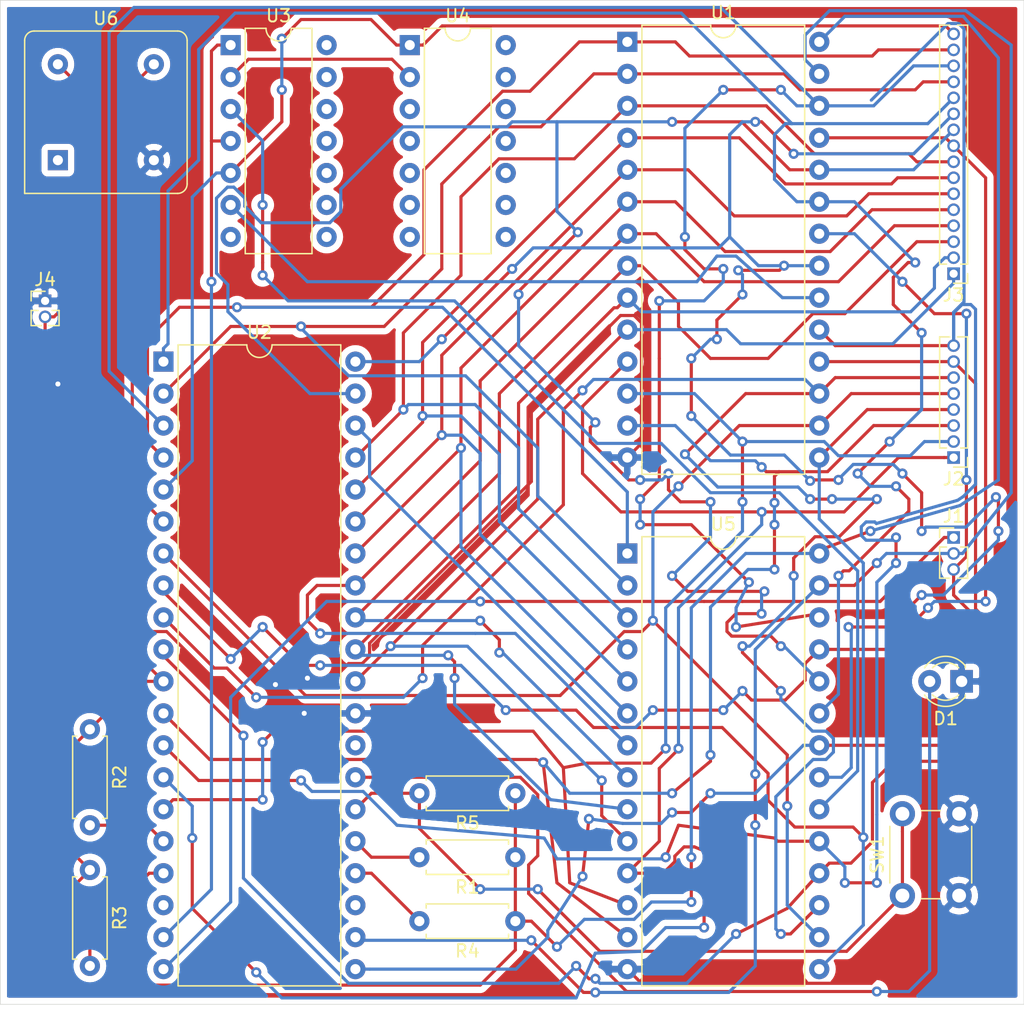
<source format=kicad_pcb>
(kicad_pcb (version 20171130) (host pcbnew 5.1.4)
  (layers (0 F.Cu signal) (31 B.Cu signal) (34 B.Paste user) (35 F.Paste user) (36 B.SilkS user) (37 F.SilkS user) (38 B.Mask user) (39 F.Mask user) (44 Edge.Cuts user))
  (net 0 "")
  (net 1 GND)
  (net 2 "Net-(D1-Pad2)")
  (net 3 IOREQ)
  (net 4 WR)
  (net 5 RD)
  (net 6 "Net-(J2-Pad1)")
  (net 7 "Net-(J2-Pad2)")
  (net 8 "Net-(J2-Pad3)")
  (net 9 "Net-(J2-Pad4)")
  (net 10 "Net-(J2-Pad5)")
  (net 11 "Net-(J2-Pad6)")
  (net 12 "Net-(J2-Pad7)")
  (net 13 "Net-(J2-Pad8)")
  (net 14 "Net-(J3-Pad1)")
  (net 15 "Net-(J3-Pad2)")
  (net 16 "Net-(J3-Pad3)")
  (net 17 "Net-(J3-Pad4)")
  (net 18 "Net-(J3-Pad5)")
  (net 19 "Net-(J3-Pad6)")
  (net 20 "Net-(J3-Pad7)")
  (net 21 "Net-(J3-Pad8)")
  (net 22 "Net-(J3-Pad9)")
  (net 23 "Net-(J3-Pad10)")
  (net 24 "Net-(J3-Pad11)")
  (net 25 "Net-(J3-Pad12)")
  (net 26 "Net-(J3-Pad13)")
  (net 27 "Net-(J3-Pad14)")
  (net 28 "Net-(J3-Pad15)")
  (net 29 A15)
  (net 30 VCC)
  (net 31 BUSREQ)
  (net 32 INT)
  (net 33 NMI)
  (net 34 WAIT)
  (net 35 "Net-(R5-Pad2)")
  (net 36 ROM_Lower)
  (net 37 "Net-(U2-Pad23)")
  (net 38 "Net-(U2-Pad6)")
  (net 39 "Net-(U2-Pad28)")
  (net 40 "Net-(U2-Pad18)")
  (net 41 MREQ)
  (net 42 "Net-(U3-Pad2)")
  (net 43 RAM_Upper)
  (net 44 "Net-(U6-Pad1)")
  (module Package_DIP:DIP-28_W15.24mm (layer F.Cu) (at 119.38 54.61)
    (fp_text reference U1 (at 7.62 -2.33) (layer F.SilkS))
    (fp_text value 28C256)
    (pad 1 thru_hole rect (at 0 0) (size 1.6 1.6) (drill 0.8) (layers *.Cu *.Mask) (net 28 "Net-(J3-Pad15)"))
    (pad 15 thru_hole oval (at 15.24 33.02) (size 1.6 1.6) (drill 0.8) (layers *.Cu *.Mask) (net 9 "Net-(J2-Pad4)"))
    (pad 2 thru_hole oval (at 0 2.54) (size 1.6 1.6) (drill 0.8) (layers *.Cu *.Mask) (net 26 "Net-(J3-Pad13)"))
    (pad 16 thru_hole oval (at 15.24 30.48) (size 1.6 1.6) (drill 0.8) (layers *.Cu *.Mask) (net 10 "Net-(J2-Pad5)"))
    (pad 3 thru_hole oval (at 0 5.08) (size 1.6 1.6) (drill 0.8) (layers *.Cu *.Mask) (net 21 "Net-(J3-Pad8)"))
    (pad 17 thru_hole oval (at 15.24 27.94) (size 1.6 1.6) (drill 0.8) (layers *.Cu *.Mask) (net 11 "Net-(J2-Pad6)"))
    (pad 4 thru_hole oval (at 0 7.62) (size 1.6 1.6) (drill 0.8) (layers *.Cu *.Mask) (net 20 "Net-(J3-Pad7)"))
    (pad 18 thru_hole oval (at 15.24 25.4) (size 1.6 1.6) (drill 0.8) (layers *.Cu *.Mask) (net 12 "Net-(J2-Pad7)"))
    (pad 5 thru_hole oval (at 0 10.16) (size 1.6 1.6) (drill 0.8) (layers *.Cu *.Mask) (net 19 "Net-(J3-Pad6)"))
    (pad 19 thru_hole oval (at 15.24 22.86) (size 1.6 1.6) (drill 0.8) (layers *.Cu *.Mask) (net 13 "Net-(J2-Pad8)"))
    (pad 6 thru_hole oval (at 0 12.7) (size 1.6 1.6) (drill 0.8) (layers *.Cu *.Mask) (net 18 "Net-(J3-Pad5)"))
    (pad 20 thru_hole oval (at 15.24 20.32) (size 1.6 1.6) (drill 0.8) (layers *.Cu *.Mask) (net 36 ROM_Lower))
    (pad 7 thru_hole oval (at 0 15.24) (size 1.6 1.6) (drill 0.8) (layers *.Cu *.Mask) (net 17 "Net-(J3-Pad4)"))
    (pad 21 thru_hole oval (at 15.24 17.78) (size 1.6 1.6) (drill 0.8) (layers *.Cu *.Mask) (net 24 "Net-(J3-Pad11)"))
    (pad 8 thru_hole oval (at 0 17.78) (size 1.6 1.6) (drill 0.8) (layers *.Cu *.Mask) (net 16 "Net-(J3-Pad3)"))
    (pad 22 thru_hole oval (at 15.24 15.24) (size 1.6 1.6) (drill 0.8) (layers *.Cu *.Mask) (net 5 RD))
    (pad 9 thru_hole oval (at 0 20.32) (size 1.6 1.6) (drill 0.8) (layers *.Cu *.Mask) (net 15 "Net-(J3-Pad2)"))
    (pad 23 thru_hole oval (at 15.24 12.7) (size 1.6 1.6) (drill 0.8) (layers *.Cu *.Mask) (net 25 "Net-(J3-Pad12)"))
    (pad 10 thru_hole oval (at 0 22.86) (size 1.6 1.6) (drill 0.8) (layers *.Cu *.Mask) (net 14 "Net-(J3-Pad1)"))
    (pad 24 thru_hole oval (at 15.24 10.16) (size 1.6 1.6) (drill 0.8) (layers *.Cu *.Mask) (net 23 "Net-(J3-Pad10)"))
    (pad 11 thru_hole oval (at 0 25.4) (size 1.6 1.6) (drill 0.8) (layers *.Cu *.Mask) (net 6 "Net-(J2-Pad1)"))
    (pad 25 thru_hole oval (at 15.24 7.62) (size 1.6 1.6) (drill 0.8) (layers *.Cu *.Mask) (net 22 "Net-(J3-Pad9)"))
    (pad 12 thru_hole oval (at 0 27.94) (size 1.6 1.6) (drill 0.8) (layers *.Cu *.Mask) (net 7 "Net-(J2-Pad2)"))
    (pad 26 thru_hole oval (at 15.24 5.08) (size 1.6 1.6) (drill 0.8) (layers *.Cu *.Mask) (net 27 "Net-(J3-Pad14)"))
    (pad 13 thru_hole oval (at 0 30.48) (size 1.6 1.6) (drill 0.8) (layers *.Cu *.Mask) (net 8 "Net-(J2-Pad3)"))
    (pad 27 thru_hole oval (at 15.24 2.54) (size 1.6 1.6) (drill 0.8) (layers *.Cu *.Mask) (net 4 WR))
    (pad 14 thru_hole oval (at 0 33.02) (size 1.6 1.6) (drill 0.8) (layers *.Cu *.Mask) (net 1 GND))
    (pad 28 thru_hole oval (at 15.24 0) (size 1.6 1.6) (drill 0.8) (layers *.Cu *.Mask) (net 30 VCC))
  )
  (module Package_DIP:DIP-28_W15.24mm (layer F.Cu) (at 119.38 95.25)
    (fp_text reference U5 (at 7.62 -2.33) (layer F.SilkS))
    (fp_text value HM62256)
    (pad 28 thru_hole oval (at 15.24 0) (size 1.6 1.6) (drill 0.8) (layers *.Cu *.Mask) (net 30 VCC))
    (pad 14 thru_hole oval (at 0 33.02) (size 1.6 1.6) (drill 0.8) (layers *.Cu *.Mask) (net 1 GND))
    (pad 27 thru_hole oval (at 15.24 2.54) (size 1.6 1.6) (drill 0.8) (layers *.Cu *.Mask) (net 4 WR))
    (pad 13 thru_hole oval (at 0 30.48) (size 1.6 1.6) (drill 0.8) (layers *.Cu *.Mask) (net 8 "Net-(J2-Pad3)"))
    (pad 26 thru_hole oval (at 15.24 5.08) (size 1.6 1.6) (drill 0.8) (layers *.Cu *.Mask) (net 27 "Net-(J3-Pad14)"))
    (pad 12 thru_hole oval (at 0 27.94) (size 1.6 1.6) (drill 0.8) (layers *.Cu *.Mask) (net 7 "Net-(J2-Pad2)"))
    (pad 25 thru_hole oval (at 15.24 7.62) (size 1.6 1.6) (drill 0.8) (layers *.Cu *.Mask) (net 22 "Net-(J3-Pad9)"))
    (pad 11 thru_hole oval (at 0 25.4) (size 1.6 1.6) (drill 0.8) (layers *.Cu *.Mask) (net 6 "Net-(J2-Pad1)"))
    (pad 24 thru_hole oval (at 15.24 10.16) (size 1.6 1.6) (drill 0.8) (layers *.Cu *.Mask) (net 23 "Net-(J3-Pad10)"))
    (pad 10 thru_hole oval (at 0 22.86) (size 1.6 1.6) (drill 0.8) (layers *.Cu *.Mask) (net 14 "Net-(J3-Pad1)"))
    (pad 23 thru_hole oval (at 15.24 12.7) (size 1.6 1.6) (drill 0.8) (layers *.Cu *.Mask) (net 25 "Net-(J3-Pad12)"))
    (pad 9 thru_hole oval (at 0 20.32) (size 1.6 1.6) (drill 0.8) (layers *.Cu *.Mask) (net 15 "Net-(J3-Pad2)"))
    (pad 22 thru_hole oval (at 15.24 15.24) (size 1.6 1.6) (drill 0.8) (layers *.Cu *.Mask) (net 5 RD))
    (pad 8 thru_hole oval (at 0 17.78) (size 1.6 1.6) (drill 0.8) (layers *.Cu *.Mask) (net 16 "Net-(J3-Pad3)"))
    (pad 21 thru_hole oval (at 15.24 17.78) (size 1.6 1.6) (drill 0.8) (layers *.Cu *.Mask) (net 24 "Net-(J3-Pad11)"))
    (pad 7 thru_hole oval (at 0 15.24) (size 1.6 1.6) (drill 0.8) (layers *.Cu *.Mask) (net 17 "Net-(J3-Pad4)"))
    (pad 20 thru_hole oval (at 15.24 20.32) (size 1.6 1.6) (drill 0.8) (layers *.Cu *.Mask) (net 43 RAM_Upper))
    (pad 6 thru_hole oval (at 0 12.7) (size 1.6 1.6) (drill 0.8) (layers *.Cu *.Mask) (net 18 "Net-(J3-Pad5)"))
    (pad 19 thru_hole oval (at 15.24 22.86) (size 1.6 1.6) (drill 0.8) (layers *.Cu *.Mask) (net 13 "Net-(J2-Pad8)"))
    (pad 5 thru_hole oval (at 0 10.16) (size 1.6 1.6) (drill 0.8) (layers *.Cu *.Mask) (net 19 "Net-(J3-Pad6)"))
    (pad 18 thru_hole oval (at 15.24 25.4) (size 1.6 1.6) (drill 0.8) (layers *.Cu *.Mask) (net 12 "Net-(J2-Pad7)"))
    (pad 4 thru_hole oval (at 0 7.62) (size 1.6 1.6) (drill 0.8) (layers *.Cu *.Mask) (net 20 "Net-(J3-Pad7)"))
    (pad 17 thru_hole oval (at 15.24 27.94) (size 1.6 1.6) (drill 0.8) (layers *.Cu *.Mask) (net 11 "Net-(J2-Pad6)"))
    (pad 3 thru_hole oval (at 0 5.08) (size 1.6 1.6) (drill 0.8) (layers *.Cu *.Mask) (net 21 "Net-(J3-Pad8)"))
    (pad 16 thru_hole oval (at 15.24 30.48) (size 1.6 1.6) (drill 0.8) (layers *.Cu *.Mask) (net 10 "Net-(J2-Pad5)"))
    (pad 2 thru_hole oval (at 0 2.54) (size 1.6 1.6) (drill 0.8) (layers *.Cu *.Mask) (net 26 "Net-(J3-Pad13)"))
    (pad 15 thru_hole oval (at 15.24 33.02) (size 1.6 1.6) (drill 0.8) (layers *.Cu *.Mask) (net 9 "Net-(J2-Pad4)"))
    (pad 1 thru_hole rect (at 0 0) (size 1.6 1.6) (drill 0.8) (layers *.Cu *.Mask) (net 28 "Net-(J3-Pad15)"))
  )
  (module LED_THT:LED_D3.0mm (layer F.Cu) (at 145.923 105.41 180)
    (fp_text reference D1 (at 1.27 -2.96) (layer F.SilkS))
    (fp_text value LED)
    (pad 1 thru_hole rect (at 0 0 180) (size 1.8 1.8) (drill 0.9) (layers *.Cu *.Mask) (net 1 GND))
    (pad 2 thru_hole circle (at 2.54 0 180) (size 1.8 1.8) (drill 0.9) (layers *.Cu *.Mask) (net 2 "Net-(D1-Pad2)"))
  )
  (module Connector_PinHeader_1.27mm:PinHeader_1x16_P1.27mm_Vertical (layer F.Cu) (at 145.288 73.025 180)
    (fp_text reference J3 (at 0 -1.695) (layer F.SilkS))
    (fp_text value "IO Address")
    (pad 1 thru_hole rect (at 0 0 180) (size 1 1) (drill 0.65) (layers *.Cu *.Mask) (net 14 "Net-(J3-Pad1)"))
    (pad 2 thru_hole oval (at 0 1.27 180) (size 1 1) (drill 0.65) (layers *.Cu *.Mask) (net 15 "Net-(J3-Pad2)"))
    (pad 3 thru_hole oval (at 0 2.54 180) (size 1 1) (drill 0.65) (layers *.Cu *.Mask) (net 16 "Net-(J3-Pad3)"))
    (pad 4 thru_hole oval (at 0 3.81 180) (size 1 1) (drill 0.65) (layers *.Cu *.Mask) (net 17 "Net-(J3-Pad4)"))
    (pad 5 thru_hole oval (at 0 5.08 180) (size 1 1) (drill 0.65) (layers *.Cu *.Mask) (net 18 "Net-(J3-Pad5)"))
    (pad 6 thru_hole oval (at 0 6.35 180) (size 1 1) (drill 0.65) (layers *.Cu *.Mask) (net 19 "Net-(J3-Pad6)"))
    (pad 7 thru_hole oval (at 0 7.62 180) (size 1 1) (drill 0.65) (layers *.Cu *.Mask) (net 20 "Net-(J3-Pad7)"))
    (pad 8 thru_hole oval (at 0 8.89 180) (size 1 1) (drill 0.65) (layers *.Cu *.Mask) (net 21 "Net-(J3-Pad8)"))
    (pad 9 thru_hole oval (at 0 10.16 180) (size 1 1) (drill 0.65) (layers *.Cu *.Mask) (net 22 "Net-(J3-Pad9)"))
    (pad 10 thru_hole oval (at 0 11.43 180) (size 1 1) (drill 0.65) (layers *.Cu *.Mask) (net 23 "Net-(J3-Pad10)"))
    (pad 11 thru_hole oval (at 0 12.7 180) (size 1 1) (drill 0.65) (layers *.Cu *.Mask) (net 24 "Net-(J3-Pad11)"))
    (pad 12 thru_hole oval (at 0 13.97 180) (size 1 1) (drill 0.65) (layers *.Cu *.Mask) (net 25 "Net-(J3-Pad12)"))
    (pad 13 thru_hole oval (at 0 15.24 180) (size 1 1) (drill 0.65) (layers *.Cu *.Mask) (net 26 "Net-(J3-Pad13)"))
    (pad 14 thru_hole oval (at 0 16.51 180) (size 1 1) (drill 0.65) (layers *.Cu *.Mask) (net 27 "Net-(J3-Pad14)"))
    (pad 15 thru_hole oval (at 0 17.78 180) (size 1 1) (drill 0.65) (layers *.Cu *.Mask) (net 28 "Net-(J3-Pad15)"))
    (pad 16 thru_hole oval (at 0 19.05 180) (size 1 1) (drill 0.65) (layers *.Cu *.Mask) (net 29 A15))
  )
  (module Connector_PinHeader_1.27mm:PinHeader_1x08_P1.27mm_Vertical (layer F.Cu) (at 145.288 87.63 180)
    (fp_text reference J2 (at 0 -1.695) (layer F.SilkS))
    (fp_text value "IO Data")
    (pad 1 thru_hole rect (at 0 0 180) (size 1 1) (drill 0.65) (layers *.Cu *.Mask) (net 6 "Net-(J2-Pad1)"))
    (pad 2 thru_hole oval (at 0 1.27 180) (size 1 1) (drill 0.65) (layers *.Cu *.Mask) (net 7 "Net-(J2-Pad2)"))
    (pad 3 thru_hole oval (at 0 2.54 180) (size 1 1) (drill 0.65) (layers *.Cu *.Mask) (net 8 "Net-(J2-Pad3)"))
    (pad 4 thru_hole oval (at 0 3.81 180) (size 1 1) (drill 0.65) (layers *.Cu *.Mask) (net 9 "Net-(J2-Pad4)"))
    (pad 5 thru_hole oval (at 0 5.08 180) (size 1 1) (drill 0.65) (layers *.Cu *.Mask) (net 10 "Net-(J2-Pad5)"))
    (pad 6 thru_hole oval (at 0 6.35 180) (size 1 1) (drill 0.65) (layers *.Cu *.Mask) (net 11 "Net-(J2-Pad6)"))
    (pad 7 thru_hole oval (at 0 7.62 180) (size 1 1) (drill 0.65) (layers *.Cu *.Mask) (net 12 "Net-(J2-Pad7)"))
    (pad 8 thru_hole oval (at 0 8.89 180) (size 1 1) (drill 0.65) (layers *.Cu *.Mask) (net 13 "Net-(J2-Pad8)"))
  )
  (module Connector_PinHeader_1.27mm:PinHeader_1x03_P1.27mm_Vertical (layer F.Cu) (at 145.288 93.98)
    (fp_text reference J1 (at 0 -1.695) (layer F.SilkS))
    (fp_text value "IO Control")
    (pad 1 thru_hole rect (at 0 0) (size 1 1) (drill 0.65) (layers *.Cu *.Mask) (net 3 IOREQ))
    (pad 2 thru_hole oval (at 0 1.27) (size 1 1) (drill 0.65) (layers *.Cu *.Mask) (net 4 WR))
    (pad 3 thru_hole oval (at 0 2.54) (size 1 1) (drill 0.65) (layers *.Cu *.Mask) (net 5 RD))
  )
  (module Resistor_THT:R_Axial_DIN0207_L6.3mm_D2.5mm_P7.62mm_Horizontal (layer F.Cu) (at 110.49 119.38 180)
    (fp_text reference R1 (at 3.81 -2.37) (layer F.SilkS))
    (fp_text value 10k)
    (pad 1 thru_hole circle (at 0 0 180) (size 1.6 1.6) (drill 0.8) (layers *.Cu *.Mask) (net 30 VCC))
    (pad 2 thru_hole oval (at 7.62 0 180) (size 1.6 1.6) (drill 0.8) (layers *.Cu *.Mask) (net 31 BUSREQ))
  )
  (module Resistor_THT:R_Axial_DIN0207_L6.3mm_D2.5mm_P7.62mm_Horizontal (layer F.Cu) (at 76.708 109.22 270)
    (fp_text reference R2 (at 3.81 -2.37 90) (layer F.SilkS))
    (fp_text value 10k)
    (pad 2 thru_hole oval (at 7.62 0 270) (size 1.6 1.6) (drill 0.8) (layers *.Cu *.Mask) (net 32 INT))
    (pad 1 thru_hole circle (at 0 0 270) (size 1.6 1.6) (drill 0.8) (layers *.Cu *.Mask) (net 30 VCC))
  )
  (module Resistor_THT:R_Axial_DIN0207_L6.3mm_D2.5mm_P7.62mm_Horizontal (layer F.Cu) (at 76.708 120.396 270)
    (fp_text reference R3 (at 3.81 -2.37 90) (layer F.SilkS))
    (fp_text value 10k)
    (pad 1 thru_hole circle (at 0 0 270) (size 1.6 1.6) (drill 0.8) (layers *.Cu *.Mask) (net 30 VCC))
    (pad 2 thru_hole oval (at 7.62 0 270) (size 1.6 1.6) (drill 0.8) (layers *.Cu *.Mask) (net 33 NMI))
  )
  (module Resistor_THT:R_Axial_DIN0207_L6.3mm_D2.5mm_P7.62mm_Horizontal (layer F.Cu) (at 110.49 124.46 180)
    (fp_text reference R4 (at 3.81 -2.37) (layer F.SilkS))
    (fp_text value 10k)
    (pad 2 thru_hole oval (at 7.62 0 180) (size 1.6 1.6) (drill 0.8) (layers *.Cu *.Mask) (net 34 WAIT))
    (pad 1 thru_hole circle (at 0 0 180) (size 1.6 1.6) (drill 0.8) (layers *.Cu *.Mask) (net 30 VCC))
  )
  (module Resistor_THT:R_Axial_DIN0207_L6.3mm_D2.5mm_P7.62mm_Horizontal (layer F.Cu) (at 110.49 114.3 180)
    (fp_text reference R5 (at 3.81 -2.37) (layer F.SilkS))
    (fp_text value 10k)
    (pad 1 thru_hole circle (at 0 0 180) (size 1.6 1.6) (drill 0.8) (layers *.Cu *.Mask) (net 30 VCC))
    (pad 2 thru_hole oval (at 7.62 0 180) (size 1.6 1.6) (drill 0.8) (layers *.Cu *.Mask) (net 35 "Net-(R5-Pad2)"))
  )
  (module Button_Switch_THT:SW_PUSH_6mm (layer F.Cu) (at 141.224 122.428 90)
    (fp_text reference SW1 (at 3.25 -2 90) (layer F.SilkS))
    (fp_text value SW_Push)
    (pad 2 thru_hole circle (at 0 4.5 180) (size 2 2) (drill 1.1) (layers *.Cu *.Mask) (net 1 GND))
    (pad 1 thru_hole circle (at 0 0 180) (size 2 2) (drill 1.1) (layers *.Cu *.Mask) (net 35 "Net-(R5-Pad2)"))
    (pad 2 thru_hole circle (at 6.5 4.5 180) (size 2 2) (drill 1.1) (layers *.Cu *.Mask) (net 1 GND))
    (pad 1 thru_hole circle (at 6.5 0 180) (size 2 2) (drill 1.1) (layers *.Cu *.Mask) (net 35 "Net-(R5-Pad2)"))
  )
  (module Package_DIP:DIP-40_W15.24mm (layer F.Cu) (at 82.55 80.01)
    (fp_text reference U2 (at 7.62 -2.33) (layer F.SilkS))
    (fp_text value Z80CPU)
    (pad 1 thru_hole rect (at 0 0) (size 1.6 1.6) (drill 0.8) (layers *.Cu *.Mask) (net 25 "Net-(J3-Pad12)"))
    (pad 21 thru_hole oval (at 15.24 48.26) (size 1.6 1.6) (drill 0.8) (layers *.Cu *.Mask) (net 5 RD))
    (pad 2 thru_hole oval (at 0 2.54) (size 1.6 1.6) (drill 0.8) (layers *.Cu *.Mask) (net 26 "Net-(J3-Pad13)"))
    (pad 22 thru_hole oval (at 15.24 45.72) (size 1.6 1.6) (drill 0.8) (layers *.Cu *.Mask) (net 4 WR))
    (pad 3 thru_hole oval (at 0 5.08) (size 1.6 1.6) (drill 0.8) (layers *.Cu *.Mask) (net 27 "Net-(J3-Pad14)"))
    (pad 23 thru_hole oval (at 15.24 43.18) (size 1.6 1.6) (drill 0.8) (layers *.Cu *.Mask) (net 37 "Net-(U2-Pad23)"))
    (pad 4 thru_hole oval (at 0 7.62) (size 1.6 1.6) (drill 0.8) (layers *.Cu *.Mask) (net 28 "Net-(J3-Pad15)"))
    (pad 24 thru_hole oval (at 15.24 40.64) (size 1.6 1.6) (drill 0.8) (layers *.Cu *.Mask) (net 34 WAIT))
    (pad 5 thru_hole oval (at 0 10.16) (size 1.6 1.6) (drill 0.8) (layers *.Cu *.Mask) (net 29 A15))
    (pad 25 thru_hole oval (at 15.24 38.1) (size 1.6 1.6) (drill 0.8) (layers *.Cu *.Mask) (net 31 BUSREQ))
    (pad 6 thru_hole oval (at 0 12.7) (size 1.6 1.6) (drill 0.8) (layers *.Cu *.Mask) (net 38 "Net-(U2-Pad6)"))
    (pad 26 thru_hole oval (at 15.24 35.56) (size 1.6 1.6) (drill 0.8) (layers *.Cu *.Mask) (net 35 "Net-(R5-Pad2)"))
    (pad 7 thru_hole oval (at 0 15.24) (size 1.6 1.6) (drill 0.8) (layers *.Cu *.Mask) (net 10 "Net-(J2-Pad5)"))
    (pad 27 thru_hole oval (at 15.24 33.02) (size 1.6 1.6) (drill 0.8) (layers *.Cu *.Mask) (net 2 "Net-(D1-Pad2)"))
    (pad 8 thru_hole oval (at 0 17.78) (size 1.6 1.6) (drill 0.8) (layers *.Cu *.Mask) (net 9 "Net-(J2-Pad4)"))
    (pad 28 thru_hole oval (at 15.24 30.48) (size 1.6 1.6) (drill 0.8) (layers *.Cu *.Mask) (net 39 "Net-(U2-Pad28)"))
    (pad 9 thru_hole oval (at 0 20.32) (size 1.6 1.6) (drill 0.8) (layers *.Cu *.Mask) (net 11 "Net-(J2-Pad6)"))
    (pad 29 thru_hole oval (at 15.24 27.94) (size 1.6 1.6) (drill 0.8) (layers *.Cu *.Mask) (net 1 GND))
    (pad 10 thru_hole oval (at 0 22.86) (size 1.6 1.6) (drill 0.8) (layers *.Cu *.Mask) (net 12 "Net-(J2-Pad7)"))
    (pad 30 thru_hole oval (at 15.24 25.4) (size 1.6 1.6) (drill 0.8) (layers *.Cu *.Mask) (net 14 "Net-(J3-Pad1)"))
    (pad 11 thru_hole oval (at 0 25.4) (size 1.6 1.6) (drill 0.8) (layers *.Cu *.Mask) (net 30 VCC))
    (pad 31 thru_hole oval (at 15.24 22.86) (size 1.6 1.6) (drill 0.8) (layers *.Cu *.Mask) (net 15 "Net-(J3-Pad2)"))
    (pad 12 thru_hole oval (at 0 27.94) (size 1.6 1.6) (drill 0.8) (layers *.Cu *.Mask) (net 8 "Net-(J2-Pad3)"))
    (pad 32 thru_hole oval (at 15.24 20.32) (size 1.6 1.6) (drill 0.8) (layers *.Cu *.Mask) (net 16 "Net-(J3-Pad3)"))
    (pad 13 thru_hole oval (at 0 30.48) (size 1.6 1.6) (drill 0.8) (layers *.Cu *.Mask) (net 13 "Net-(J2-Pad8)"))
    (pad 33 thru_hole oval (at 15.24 17.78) (size 1.6 1.6) (drill 0.8) (layers *.Cu *.Mask) (net 17 "Net-(J3-Pad4)"))
    (pad 14 thru_hole oval (at 0 33.02) (size 1.6 1.6) (drill 0.8) (layers *.Cu *.Mask) (net 6 "Net-(J2-Pad1)"))
    (pad 34 thru_hole oval (at 15.24 15.24) (size 1.6 1.6) (drill 0.8) (layers *.Cu *.Mask) (net 18 "Net-(J3-Pad5)"))
    (pad 15 thru_hole oval (at 0 35.56) (size 1.6 1.6) (drill 0.8) (layers *.Cu *.Mask) (net 7 "Net-(J2-Pad2)"))
    (pad 35 thru_hole oval (at 15.24 12.7) (size 1.6 1.6) (drill 0.8) (layers *.Cu *.Mask) (net 19 "Net-(J3-Pad6)"))
    (pad 16 thru_hole oval (at 0 38.1) (size 1.6 1.6) (drill 0.8) (layers *.Cu *.Mask) (net 32 INT))
    (pad 36 thru_hole oval (at 15.24 10.16) (size 1.6 1.6) (drill 0.8) (layers *.Cu *.Mask) (net 20 "Net-(J3-Pad7)"))
    (pad 17 thru_hole oval (at 0 40.64) (size 1.6 1.6) (drill 0.8) (layers *.Cu *.Mask) (net 33 NMI))
    (pad 37 thru_hole oval (at 15.24 7.62) (size 1.6 1.6) (drill 0.8) (layers *.Cu *.Mask) (net 21 "Net-(J3-Pad8)"))
    (pad 18 thru_hole oval (at 0 43.18) (size 1.6 1.6) (drill 0.8) (layers *.Cu *.Mask) (net 40 "Net-(U2-Pad18)"))
    (pad 38 thru_hole oval (at 15.24 5.08) (size 1.6 1.6) (drill 0.8) (layers *.Cu *.Mask) (net 22 "Net-(J3-Pad9)"))
    (pad 19 thru_hole oval (at 0 45.72) (size 1.6 1.6) (drill 0.8) (layers *.Cu *.Mask) (net 41 MREQ))
    (pad 39 thru_hole oval (at 15.24 2.54) (size 1.6 1.6) (drill 0.8) (layers *.Cu *.Mask) (net 23 "Net-(J3-Pad10)"))
    (pad 20 thru_hole oval (at 0 48.26) (size 1.6 1.6) (drill 0.8) (layers *.Cu *.Mask) (net 3 IOREQ))
    (pad 40 thru_hole oval (at 15.24 0) (size 1.6 1.6) (drill 0.8) (layers *.Cu *.Mask) (net 24 "Net-(J3-Pad11)"))
  )
  (module Package_DIP:DIP-14_W7.62mm (layer F.Cu) (at 87.884 54.864)
    (fp_text reference U3 (at 3.81 -2.33) (layer F.SilkS))
    (fp_text value 74LS32)
    (pad 1 thru_hole rect (at 0 0) (size 1.6 1.6) (drill 0.8) (layers *.Cu *.Mask) (net 41 MREQ))
    (pad 8 thru_hole oval (at 7.62 15.24) (size 1.6 1.6) (drill 0.8) (layers *.Cu *.Mask))
    (pad 2 thru_hole oval (at 0 2.54) (size 1.6 1.6) (drill 0.8) (layers *.Cu *.Mask) (net 42 "Net-(U3-Pad2)"))
    (pad 9 thru_hole oval (at 7.62 12.7) (size 1.6 1.6) (drill 0.8) (layers *.Cu *.Mask))
    (pad 3 thru_hole oval (at 0 5.08) (size 1.6 1.6) (drill 0.8) (layers *.Cu *.Mask) (net 43 RAM_Upper))
    (pad 10 thru_hole oval (at 7.62 10.16) (size 1.6 1.6) (drill 0.8) (layers *.Cu *.Mask))
    (pad 4 thru_hole oval (at 0 7.62) (size 1.6 1.6) (drill 0.8) (layers *.Cu *.Mask) (net 41 MREQ))
    (pad 11 thru_hole oval (at 7.62 7.62) (size 1.6 1.6) (drill 0.8) (layers *.Cu *.Mask))
    (pad 5 thru_hole oval (at 0 10.16) (size 1.6 1.6) (drill 0.8) (layers *.Cu *.Mask) (net 29 A15))
    (pad 12 thru_hole oval (at 7.62 5.08) (size 1.6 1.6) (drill 0.8) (layers *.Cu *.Mask))
    (pad 6 thru_hole oval (at 0 12.7) (size 1.6 1.6) (drill 0.8) (layers *.Cu *.Mask) (net 36 ROM_Lower))
    (pad 13 thru_hole oval (at 7.62 2.54) (size 1.6 1.6) (drill 0.8) (layers *.Cu *.Mask))
    (pad 7 thru_hole oval (at 0 15.24) (size 1.6 1.6) (drill 0.8) (layers *.Cu *.Mask))
    (pad 14 thru_hole oval (at 7.62 0) (size 1.6 1.6) (drill 0.8) (layers *.Cu *.Mask))
  )
  (module Package_DIP:DIP-14_W7.62mm (layer F.Cu) (at 102.108 54.864)
    (fp_text reference U4 (at 3.81 -2.33) (layer F.SilkS))
    (fp_text value 74LS04)
    (pad 14 thru_hole oval (at 7.62 0) (size 1.6 1.6) (drill 0.8) (layers *.Cu *.Mask))
    (pad 7 thru_hole oval (at 0 15.24) (size 1.6 1.6) (drill 0.8) (layers *.Cu *.Mask))
    (pad 13 thru_hole oval (at 7.62 2.54) (size 1.6 1.6) (drill 0.8) (layers *.Cu *.Mask))
    (pad 6 thru_hole oval (at 0 12.7) (size 1.6 1.6) (drill 0.8) (layers *.Cu *.Mask))
    (pad 12 thru_hole oval (at 7.62 5.08) (size 1.6 1.6) (drill 0.8) (layers *.Cu *.Mask))
    (pad 5 thru_hole oval (at 0 10.16) (size 1.6 1.6) (drill 0.8) (layers *.Cu *.Mask))
    (pad 11 thru_hole oval (at 7.62 7.62) (size 1.6 1.6) (drill 0.8) (layers *.Cu *.Mask))
    (pad 4 thru_hole oval (at 0 7.62) (size 1.6 1.6) (drill 0.8) (layers *.Cu *.Mask))
    (pad 10 thru_hole oval (at 7.62 10.16) (size 1.6 1.6) (drill 0.8) (layers *.Cu *.Mask))
    (pad 3 thru_hole oval (at 0 5.08) (size 1.6 1.6) (drill 0.8) (layers *.Cu *.Mask))
    (pad 9 thru_hole oval (at 7.62 12.7) (size 1.6 1.6) (drill 0.8) (layers *.Cu *.Mask))
    (pad 2 thru_hole oval (at 0 2.54) (size 1.6 1.6) (drill 0.8) (layers *.Cu *.Mask) (net 42 "Net-(U3-Pad2)"))
    (pad 8 thru_hole oval (at 7.62 15.24) (size 1.6 1.6) (drill 0.8) (layers *.Cu *.Mask))
    (pad 1 thru_hole rect (at 0 0) (size 1.6 1.6) (drill 0.8) (layers *.Cu *.Mask) (net 29 A15))
  )
  (module Oscillator:Oscillator_DIP-8 (layer F.Cu) (at 74.168 64.008)
    (fp_text reference U6 (at 3.81 -11.26) (layer F.SilkS))
    (fp_text value xtal_oscillator)
    (pad 1 thru_hole rect (at 0 0) (size 1.6 1.6) (drill 0.8) (layers *.Cu *.Mask) (net 44 "Net-(U6-Pad1)"))
    (pad 8 thru_hole circle (at 0 -7.62) (size 1.6 1.6) (drill 0.8) (layers *.Cu *.Mask) (net 30 VCC))
    (pad 5 thru_hole circle (at 7.62 -7.62) (size 1.6 1.6) (drill 0.8) (layers *.Cu *.Mask) (net 38 "Net-(U2-Pad6)"))
    (pad 4 thru_hole circle (at 7.62 0) (size 1.6 1.6) (drill 0.8) (layers *.Cu *.Mask) (net 1 GND))
  )
  (module Connector_PinHeader_1.27mm:PinHeader_1x02_P1.27mm_Vertical (layer F.Cu) (at 73.152 75.184)
    (fp_text reference J4 (at 0 -1.695) (layer F.SilkS))
    (fp_text value Power)
    (pad 1 thru_hole rect (at 0 0) (size 1 1) (drill 0.65) (layers *.Cu *.Mask) (net 1 GND))
    (pad 2 thru_hole oval (at 0 1.27) (size 1 1) (drill 0.65) (layers *.Cu *.Mask) (net 30 VCC))
  )
  (gr_line (start 150.876 51.308) (end 150.876 131.064) (layer Edge.Cuts) (width 0.05))
  (gr_line (start 69.596 131.064) (end 150.876 131.064) (layer Edge.Cuts) (width 0.05))
  (gr_line (start 69.596 51.308) (end 69.596 131.064) (layer Edge.Cuts) (width 0.05))
  (gr_line (start 150.876 51.308) (end 69.596 51.308) (layer Edge.Cuts) (width 0.05))
  (segment (start 120.179999 129.069999) (end 119.38 128.27) (width 0.25) (layer F.Cu) (net 1))
  (segment (start 120.505001 129.395001) (end 120.179999 129.069999) (width 0.25) (layer F.Cu) (net 1))
  (segment (start 138.756999 129.395001) (end 120.505001 129.395001) (width 0.25) (layer F.Cu) (net 1))
  (segment (start 145.724 122.428) (end 138.756999 129.395001) (width 0.25) (layer F.Cu) (net 1))
  (segment (start 82.800003 101.455001) (end 81.643001 101.455001) (width 0.25) (layer F.Cu) (net 1))
  (segment (start 89.295002 107.95) (end 82.800003 101.455001) (width 0.25) (layer F.Cu) (net 1))
  (via (at 74.168 81.788) (size 0.8) (drill 0.4) (layers F.Cu B.Cu) (net 1))
  (segment (start 81.643001 101.455001) (end 74.168 93.98) (width 0.25) (layer F.Cu) (net 1))
  (segment (start 74.168 93.98) (end 74.168 81.788) (width 0.25) (layer F.Cu) (net 1))
  (segment (start 74.168 81.788) (end 71.628 79.248) (width 0.25) (layer B.Cu) (net 1))
  (segment (start 72.402 75.184) (end 73.152 75.184) (width 0.25) (layer B.Cu) (net 1))
  (segment (start 71.628 75.958) (end 72.402 75.184) (width 0.25) (layer B.Cu) (net 1))
  (segment (start 71.628 79.248) (end 71.628 75.958) (width 0.25) (layer B.Cu) (net 1))
  (segment (start 118.839999 76.344999) (end 111.76 83.424998) (width 0.25) (layer F.Cu) (net 1))
  (segment (start 119.38 87.63) (end 120.505001 86.504999) (width 0.25) (layer F.Cu) (net 1))
  (segment (start 119.920001 76.344999) (end 118.839999 76.344999) (width 0.25) (layer F.Cu) (net 1))
  (segment (start 120.505001 76.929999) (end 119.920001 76.344999) (width 0.25) (layer F.Cu) (net 1))
  (segment (start 120.505001 86.504999) (end 120.505001 76.929999) (width 0.25) (layer F.Cu) (net 1))
  (segment (start 96.089 105.156) (end 93.98 105.156) (width 0.25) (layer F.Cu) (net 1))
  (segment (start 97.249999 103.995001) (end 96.089 105.156) (width 0.25) (layer F.Cu) (net 1))
  (via (at 93.98 105.156) (size 0.8) (drill 0.4) (layers F.Cu B.Cu) (net 1))
  (segment (start 111.76 89.53641) (end 98.915001 102.381409) (width 0.25) (layer F.Cu) (net 1))
  (segment (start 111.76 83.424998) (end 111.76 89.53641) (width 0.25) (layer F.Cu) (net 1))
  (segment (start 98.915001 103.410001) (end 98.330001 103.995001) (width 0.25) (layer F.Cu) (net 1))
  (segment (start 98.915001 102.381409) (end 98.915001 103.410001) (width 0.25) (layer F.Cu) (net 1))
  (segment (start 98.330001 103.995001) (end 97.249999 103.995001) (width 0.25) (layer F.Cu) (net 1))
  (via (at 91.44 105.664) (size 0.8) (drill 0.4) (layers F.Cu B.Cu) (net 1))
  (segment (start 93.98 105.156) (end 91.948 105.156) (width 0.25) (layer B.Cu) (net 1))
  (segment (start 91.948 105.156) (end 91.44 105.664) (width 0.25) (layer B.Cu) (net 1))
  (via (at 93.726 107.95) (size 0.8) (drill 0.4) (layers F.Cu B.Cu) (net 1))
  (segment (start 91.44 105.664) (end 93.726 107.95) (width 0.25) (layer F.Cu) (net 1))
  (segment (start 97.79 107.95) (end 93.726 107.95) (width 0.25) (layer F.Cu) (net 1))
  (segment (start 93.726 107.95) (end 89.295002 107.95) (width 0.25) (layer F.Cu) (net 1))
  (segment (start 143.383 105.41) (end 143.383 128.397) (width 0.25) (layer B.Cu) (net 2))
  (via (at 139.192 130.048) (size 0.8) (drill 0.4) (layers F.Cu B.Cu) (net 2))
  (segment (start 143.383 128.397) (end 141.732 130.048) (width 0.25) (layer B.Cu) (net 2))
  (segment (start 141.732 130.048) (end 139.192 130.048) (width 0.25) (layer B.Cu) (net 2))
  (segment (start 111.542999 119.992003) (end 112.268 119.267002) (width 0.25) (layer F.Cu) (net 2))
  (segment (start 111.542999 122.268001) (end 111.542999 119.992003) (width 0.25) (layer F.Cu) (net 2))
  (segment (start 139.192 130.048) (end 119.322998 130.048) (width 0.25) (layer F.Cu) (net 2))
  (segment (start 119.322998 130.048) (end 111.542999 122.268001) (width 0.25) (layer F.Cu) (net 2))
  (segment (start 110.885002 113.03) (end 98.92137 113.03) (width 0.25) (layer F.Cu) (net 2))
  (segment (start 98.92137 113.03) (end 97.79 113.03) (width 0.25) (layer F.Cu) (net 2))
  (segment (start 112.268 114.412998) (end 110.885002 113.03) (width 0.25) (layer F.Cu) (net 2))
  (segment (start 112.268 119.267002) (end 112.268 114.412998) (width 0.25) (layer F.Cu) (net 2))
  (segment (start 144.538 93.98) (end 139.458 99.06) (width 0.25) (layer F.Cu) (net 3))
  (segment (start 145.288 93.98) (end 144.538 93.98) (width 0.25) (layer F.Cu) (net 3))
  (segment (start 139.458 99.06) (end 128.524 99.06) (width 0.25) (layer F.Cu) (net 3))
  (segment (start 128.524 99.06) (end 125.476 99.06) (width 0.25) (layer F.Cu) (net 3))
  (via (at 107.696 99.06) (size 0.8) (drill 0.4) (layers F.Cu B.Cu) (net 3))
  (segment (start 125.476 99.06) (end 107.696 99.06) (width 0.25) (layer F.Cu) (net 3))
  (segment (start 87.884 122.936) (end 82.55 128.27) (width 0.25) (layer B.Cu) (net 3))
  (segment (start 87.884 106.68) (end 87.884 122.936) (width 0.25) (layer B.Cu) (net 3))
  (segment (start 107.696 99.06) (end 95.504 99.06) (width 0.25) (layer B.Cu) (net 3))
  (segment (start 95.504 99.06) (end 87.884 106.68) (width 0.25) (layer B.Cu) (net 3))
  (via (at 139.192 96.012) (size 0.8) (drill 0.4) (layers F.Cu B.Cu) (net 4))
  (segment (start 145.288 95.25) (end 139.954 95.25) (width 0.25) (layer B.Cu) (net 4))
  (segment (start 139.954 95.25) (end 139.192 96.012) (width 0.25) (layer B.Cu) (net 4))
  (segment (start 137.414 97.79) (end 134.62 97.79) (width 0.25) (layer F.Cu) (net 4))
  (segment (start 139.192 96.012) (end 137.414 97.79) (width 0.25) (layer F.Cu) (net 4))
  (via (at 129.54 112.776) (size 0.8) (drill 0.4) (layers F.Cu B.Cu) (net 4))
  (segment (start 134.62 97.79) (end 129.54 102.87) (width 0.25) (layer B.Cu) (net 4))
  (segment (start 129.54 102.87) (end 129.54 112.776) (width 0.25) (layer B.Cu) (net 4))
  (via (at 129.54 116.84) (size 0.8) (drill 0.4) (layers F.Cu B.Cu) (net 4))
  (segment (start 129.54 112.776) (end 129.54 116.84) (width 0.25) (layer F.Cu) (net 4))
  (segment (start 129.54 116.84) (end 129.54 128.016) (width 0.25) (layer B.Cu) (net 4))
  (via (at 116.84 130.120001) (size 0.8) (drill 0.4) (layers F.Cu B.Cu) (net 4))
  (segment (start 129.54 128.016) (end 127.435999 130.120001) (width 0.25) (layer B.Cu) (net 4))
  (segment (start 127.435999 130.120001) (end 116.84 130.120001) (width 0.25) (layer B.Cu) (net 4))
  (via (at 111.755347 125.979347) (size 0.8) (drill 0.4) (layers F.Cu B.Cu) (net 4))
  (segment (start 116.84 130.120001) (end 115.896001 130.120001) (width 0.25) (layer F.Cu) (net 4))
  (segment (start 115.896001 130.120001) (end 111.755347 125.979347) (width 0.25) (layer F.Cu) (net 4))
  (segment (start 98.039347 125.979347) (end 97.79 125.73) (width 0.25) (layer B.Cu) (net 4))
  (segment (start 111.755347 125.979347) (end 98.039347 125.979347) (width 0.25) (layer B.Cu) (net 4))
  (segment (start 133.820001 56.350001) (end 134.62 57.15) (width 0.25) (layer B.Cu) (net 4))
  (segment (start 133.494999 56.024999) (end 133.820001 56.350001) (width 0.25) (layer B.Cu) (net 4))
  (segment (start 135.437008 52.12799) (end 133.494999 54.069999) (width 0.25) (layer B.Cu) (net 4))
  (segment (start 145.995106 95.25) (end 149.86 90.424) (width 0.25) (layer B.Cu) (net 4))
  (segment (start 149.86 90.424) (end 149.86 54.860446) (width 0.25) (layer B.Cu) (net 4))
  (segment (start 145.288 95.25) (end 145.995106 95.25) (width 0.25) (layer B.Cu) (net 4))
  (segment (start 146.2364 52.12799) (end 135.437008 52.12799) (width 0.25) (layer B.Cu) (net 4))
  (segment (start 133.494999 54.069999) (end 133.494999 56.024999) (width 0.25) (layer B.Cu) (net 4))
  (segment (start 149.86 54.860446) (end 146.2364 52.12799) (width 0.25) (layer B.Cu) (net 4))
  (segment (start 145.288 96.52) (end 145.288 98.552) (width 0.25) (layer F.Cu) (net 5))
  (segment (start 145.288 98.552) (end 148.844 102.108) (width 0.25) (layer F.Cu) (net 5))
  (segment (start 148.844 102.108) (end 148.844 107.696) (width 0.25) (layer F.Cu) (net 5))
  (segment (start 146.05 110.49) (end 134.62 110.49) (width 0.25) (layer F.Cu) (net 5))
  (segment (start 148.844 107.696) (end 146.05 110.49) (width 0.25) (layer F.Cu) (net 5))
  (via (at 141.224 73.66) (size 0.8) (drill 0.4) (layers F.Cu B.Cu) (net 5))
  (segment (start 134.62 69.85) (end 137.414 69.85) (width 0.25) (layer B.Cu) (net 5))
  (segment (start 137.414 69.85) (end 141.224 73.66) (width 0.25) (layer B.Cu) (net 5))
  (via (at 146.304 76.2) (size 0.8) (drill 0.4) (layers F.Cu B.Cu) (net 5))
  (segment (start 141.224 73.66) (end 143.764 76.2) (width 0.25) (layer F.Cu) (net 5))
  (segment (start 143.764 76.2) (end 146.304 76.2) (width 0.25) (layer F.Cu) (net 5))
  (via (at 146.304 89.408) (size 0.8) (drill 0.4) (layers F.Cu B.Cu) (net 5))
  (segment (start 146.304 76.2) (end 146.304 89.408) (width 0.25) (layer B.Cu) (net 5))
  (segment (start 146.304 95.504) (end 145.288 96.52) (width 0.25) (layer F.Cu) (net 5))
  (segment (start 146.304 89.408) (end 146.304 95.504) (width 0.25) (layer F.Cu) (net 5))
  (segment (start 134.62 110.49) (end 133.35 110.49) (width 0.25) (layer B.Cu) (net 5))
  (via (at 125.984 114.3) (size 0.8) (drill 0.4) (layers F.Cu B.Cu) (net 5))
  (segment (start 133.35 110.49) (end 129.54 114.3) (width 0.25) (layer B.Cu) (net 5))
  (segment (start 129.54 114.3) (end 125.984 114.3) (width 0.25) (layer B.Cu) (net 5))
  (via (at 122.936 115.824) (size 0.8) (drill 0.4) (layers F.Cu B.Cu) (net 5))
  (segment (start 125.984 114.3) (end 124.46 115.824) (width 0.25) (layer F.Cu) (net 5))
  (segment (start 124.46 115.824) (end 122.936 115.824) (width 0.25) (layer F.Cu) (net 5))
  (segment (start 115.824 120.904) (end 113.066999 125.185001) (width 0.25) (layer B.Cu) (net 5))
  (segment (start 113.066999 125.185001) (end 113.066999 125.740697) (width 0.25) (layer B.Cu) (net 5))
  (via (at 115.824 120.904) (size 0.8) (drill 0.4) (layers F.Cu B.Cu) (net 5))
  (segment (start 113.066999 125.740697) (end 110.537696 128.27) (width 0.25) (layer B.Cu) (net 5))
  (segment (start 98.92137 128.27) (end 97.79 128.27) (width 0.25) (layer B.Cu) (net 5))
  (segment (start 110.537696 128.27) (end 98.92137 128.27) (width 0.25) (layer B.Cu) (net 5))
  (segment (start 116.332 116.332) (end 115.824 120.904) (width 0.25) (layer F.Cu) (net 5))
  (segment (start 122.064999 116.695001) (end 122.936 115.824) (width 0.25) (layer B.Cu) (net 5))
  (segment (start 119.016999 116.695001) (end 122.064999 116.695001) (width 0.25) (layer B.Cu) (net 5))
  (via (at 116.332 116.332) (size 0.8) (drill 0.4) (layers F.Cu B.Cu) (net 5))
  (segment (start 116.332 116.332) (end 119.016999 116.695001) (width 0.25) (layer B.Cu) (net 5))
  (segment (start 140.912998 87.63) (end 144.538 87.63) (width 0.25) (layer F.Cu) (net 6))
  (segment (start 119.38 80.01) (end 115.824 83.566) (width 0.25) (layer F.Cu) (net 6))
  (segment (start 144.538 87.63) (end 145.288 87.63) (width 0.25) (layer F.Cu) (net 6))
  (segment (start 115.824 83.566) (end 115.824 88.9) (width 0.25) (layer F.Cu) (net 6))
  (segment (start 115.824 88.9) (end 118.872 91.948) (width 0.25) (layer F.Cu) (net 6))
  (segment (start 136.594998 91.948) (end 140.912998 87.63) (width 0.25) (layer F.Cu) (net 6))
  (via (at 84.836 117.856) (size 0.8) (drill 0.4) (layers F.Cu B.Cu) (net 6))
  (segment (start 82.55 113.03) (end 84.836 115.316) (width 0.25) (layer B.Cu) (net 6))
  (segment (start 84.836 115.316) (end 84.836 117.856) (width 0.25) (layer B.Cu) (net 6))
  (via (at 89.916 128.524) (size 0.8) (drill 0.4) (layers F.Cu B.Cu) (net 6))
  (segment (start 84.836 117.856) (end 84.836 123.444) (width 0.25) (layer F.Cu) (net 6))
  (segment (start 84.836 123.444) (end 89.916 128.524) (width 0.25) (layer F.Cu) (net 6))
  (via (at 125.476 124.968) (size 0.8) (drill 0.4) (layers F.Cu B.Cu) (net 6))
  (segment (start 119.38 120.65) (end 121.92 118.11) (width 0.25) (layer F.Cu) (net 6))
  (via (at 123.444 110.744) (size 0.8) (drill 0.4) (layers F.Cu B.Cu) (net 6))
  (segment (start 123.444 110.801002) (end 123.444 110.744) (width 0.25) (layer F.Cu) (net 6))
  (segment (start 121.92 118.11) (end 121.92 112.325002) (width 0.25) (layer F.Cu) (net 6))
  (segment (start 121.92 112.325002) (end 123.444 110.801002) (width 0.25) (layer F.Cu) (net 6))
  (segment (start 130.048 92.964) (end 130.048 91.948) (width 0.25) (layer B.Cu) (net 6))
  (segment (start 130.048 91.948) (end 136.594998 91.948) (width 0.25) (layer F.Cu) (net 6))
  (segment (start 123.444 99.568) (end 130.048 92.964) (width 0.25) (layer B.Cu) (net 6))
  (segment (start 118.872 91.948) (end 130.048 91.948) (width 0.25) (layer F.Cu) (net 6))
  (via (at 130.048 91.948) (size 0.8) (drill 0.4) (layers F.Cu B.Cu) (net 6))
  (segment (start 123.444 110.744) (end 123.444 99.568) (width 0.25) (layer B.Cu) (net 6))
  (segment (start 122.231002 120.65) (end 120.51137 120.65) (width 0.25) (layer F.Cu) (net 6))
  (segment (start 120.51137 120.65) (end 119.38 120.65) (width 0.25) (layer F.Cu) (net 6))
  (segment (start 123.153001 119.728001) (end 122.231002 120.65) (width 0.25) (layer F.Cu) (net 6))
  (segment (start 125.476 118.872) (end 124.713012 118.56001) (width 0.25) (layer F.Cu) (net 6))
  (segment (start 123.153001 119.291409) (end 123.153001 119.728001) (width 0.25) (layer F.Cu) (net 6))
  (segment (start 125.476 124.968) (end 125.476 118.872) (width 0.25) (layer F.Cu) (net 6))
  (segment (start 124.713012 118.56001) (end 123.8844 118.56001) (width 0.25) (layer F.Cu) (net 6))
  (segment (start 123.8844 118.56001) (end 123.153001 119.291409) (width 0.25) (layer F.Cu) (net 6))
  (segment (start 122.428 124.968) (end 125.476 124.968) (width 0.25) (layer B.Cu) (net 6))
  (segment (start 91.948 130.556) (end 115.316 130.556) (width 0.25) (layer B.Cu) (net 6))
  (segment (start 116.84 127) (end 120.540999 126.855001) (width 0.25) (layer B.Cu) (net 6))
  (segment (start 120.540999 126.855001) (end 122.428 124.968) (width 0.25) (layer B.Cu) (net 6))
  (segment (start 89.916 128.524) (end 91.948 130.556) (width 0.25) (layer B.Cu) (net 6))
  (segment (start 115.316 130.556) (end 116.84 127) (width 0.25) (layer B.Cu) (net 6))
  (segment (start 124.714 82.55) (end 119.38 82.55) (width 0.25) (layer B.Cu) (net 7))
  (segment (start 128.524 86.36) (end 124.714 82.55) (width 0.25) (layer B.Cu) (net 7))
  (via (at 90.424 110.236) (size 0.8) (drill 0.4) (layers F.Cu B.Cu) (net 7))
  (via (at 90.424 114.808) (size 0.8) (drill 0.4) (layers F.Cu B.Cu) (net 7))
  (segment (start 90.424 110.236) (end 90.424 114.808) (width 0.25) (layer B.Cu) (net 7))
  (segment (start 83.312 114.808) (end 82.55 115.57) (width 0.25) (layer F.Cu) (net 7))
  (segment (start 90.424 114.808) (end 83.312 114.808) (width 0.25) (layer F.Cu) (net 7))
  (via (at 128.524 86.36) (size 0.8) (drill 0.4) (layers F.Cu B.Cu) (net 7))
  (via (at 128.524 91.149) (size 0.8) (drill 0.4) (layers F.Cu B.Cu) (net 7))
  (segment (start 128.524 86.36) (end 128.524 91.149) (width 0.25) (layer F.Cu) (net 7))
  (segment (start 128.524 91.149) (end 128.524 93.472) (width 0.25) (layer B.Cu) (net 7))
  (segment (start 128.524 93.472) (end 122.428 99.568) (width 0.25) (layer B.Cu) (net 7))
  (via (at 122.428 110.744) (size 0.8) (drill 0.4) (layers F.Cu B.Cu) (net 7))
  (segment (start 122.428 99.568) (end 122.428 110.744) (width 0.25) (layer B.Cu) (net 7))
  (segment (start 135.015002 86.36) (end 136.144 87.488998) (width 0.25) (layer B.Cu) (net 7))
  (segment (start 128.524 86.36) (end 135.015002 86.36) (width 0.25) (layer B.Cu) (net 7))
  (segment (start 136.144 87.488998) (end 141.844998 87.488998) (width 0.25) (layer B.Cu) (net 7))
  (segment (start 142.973996 86.36) (end 145.288 86.36) (width 0.25) (layer B.Cu) (net 7))
  (segment (start 141.844998 87.488998) (end 142.973996 86.36) (width 0.25) (layer B.Cu) (net 7))
  (segment (start 91.295001 109.364999) (end 90.424 110.236) (width 0.25) (layer F.Cu) (net 7))
  (segment (start 114.3 112.268) (end 111.904999 109.364999) (width 0.25) (layer F.Cu) (net 7))
  (segment (start 111.904999 109.364999) (end 91.295001 109.364999) (width 0.25) (layer F.Cu) (net 7))
  (segment (start 121.267001 111.904999) (end 122.428 110.744) (width 0.25) (layer F.Cu) (net 7))
  (segment (start 116.187001 111.904999) (end 121.267001 111.904999) (width 0.25) (layer F.Cu) (net 7))
  (segment (start 114.3 112.268) (end 116.187001 111.904999) (width 0.25) (layer F.Cu) (net 7))
  (segment (start 119.38 123.19) (end 114.808 121.412) (width 0.25) (layer F.Cu) (net 7))
  (segment (start 114.808 121.412) (end 114.3 112.268) (width 0.25) (layer F.Cu) (net 7))
  (segment (start 145.288 85.09) (end 138.938 85.09) (width 0.25) (layer F.Cu) (net 8))
  (segment (start 135.272999 88.755001) (end 133.459001 88.755001) (width 0.25) (layer F.Cu) (net 8))
  (segment (start 138.938 85.09) (end 135.272999 88.755001) (width 0.25) (layer F.Cu) (net 8))
  (via (at 130.048 88.392) (size 0.8) (drill 0.4) (layers F.Cu B.Cu) (net 8))
  (segment (start 130.411001 88.755001) (end 130.048 88.392) (width 0.25) (layer F.Cu) (net 8))
  (segment (start 130.048 88.392) (end 129.54 87.884) (width 0.25) (layer B.Cu) (net 8))
  (segment (start 123.19 85.09) (end 119.38 85.09) (width 0.25) (layer B.Cu) (net 8))
  (segment (start 125.984 87.884) (end 123.19 85.09) (width 0.25) (layer B.Cu) (net 8))
  (segment (start 127.508 87.884) (end 125.984 87.884) (width 0.25) (layer B.Cu) (net 8))
  (segment (start 129.54 87.884) (end 127.508 87.884) (width 0.25) (layer B.Cu) (net 8))
  (via (at 125.984 111.252) (size 0.8) (drill 0.4) (layers F.Cu B.Cu) (net 8))
  (via (at 131.064 96.52) (size 0.8) (drill 0.4) (layers F.Cu B.Cu) (net 8))
  (segment (start 128.974998 96.52) (end 131.064 96.52) (width 0.25) (layer B.Cu) (net 8))
  (segment (start 125.984 111.252) (end 125.984 99.510998) (width 0.25) (layer B.Cu) (net 8))
  (segment (start 125.984 99.510998) (end 128.974998 96.52) (width 0.25) (layer B.Cu) (net 8))
  (via (at 131.064 92.964) (size 0.8) (drill 0.4) (layers F.Cu B.Cu) (net 8))
  (segment (start 131.064 96.52) (end 131.064 92.964) (width 0.25) (layer F.Cu) (net 8))
  (via (at 131.064 91.223) (size 0.8) (drill 0.4) (layers F.Cu B.Cu) (net 8))
  (segment (start 131.064 92.964) (end 131.064 91.223) (width 0.25) (layer B.Cu) (net 8))
  (segment (start 131.064 89.118002) (end 131.427001 88.755001) (width 0.25) (layer F.Cu) (net 8))
  (segment (start 133.459001 88.755001) (end 131.427001 88.755001) (width 0.25) (layer F.Cu) (net 8))
  (segment (start 131.064 91.223) (end 131.064 89.118002) (width 0.25) (layer F.Cu) (net 8))
  (segment (start 131.427001 88.755001) (end 130.411001 88.755001) (width 0.25) (layer F.Cu) (net 8))
  (segment (start 122.936 114.3) (end 125.984 111.76) (width 0.25) (layer F.Cu) (net 8))
  (via (at 122.936 114.3) (size 0.8) (drill 0.4) (layers F.Cu B.Cu) (net 8))
  (segment (start 125.984 111.76) (end 125.984 111.252) (width 0.25) (layer F.Cu) (net 8))
  (segment (start 83.349999 108.749999) (end 82.55 107.95) (width 0.25) (layer F.Cu) (net 8))
  (segment (start 112.696584 111.839416) (end 114.808 114.3) (width 0.25) (layer B.Cu) (net 8))
  (segment (start 86.215001 111.615001) (end 83.349999 108.749999) (width 0.25) (layer F.Cu) (net 8))
  (segment (start 114.808 114.3) (end 122.936 114.3) (width 0.25) (layer B.Cu) (net 8))
  (segment (start 112.696584 111.839416) (end 112.123001 111.615001) (width 0.25) (layer F.Cu) (net 8))
  (via (at 112.696584 111.839416) (size 0.8) (drill 0.4) (layers F.Cu B.Cu) (net 8))
  (segment (start 112.123001 111.615001) (end 86.215001 111.615001) (width 0.25) (layer F.Cu) (net 8))
  (segment (start 113.792 121.412) (end 119.38 125.73) (width 0.25) (layer F.Cu) (net 8))
  (segment (start 112.696584 111.839416) (end 113.792 121.412) (width 0.25) (layer F.Cu) (net 8))
  (segment (start 138.43 83.82) (end 134.62 87.63) (width 0.25) (layer F.Cu) (net 9))
  (segment (start 145.288 83.82) (end 138.43 83.82) (width 0.25) (layer F.Cu) (net 9))
  (segment (start 135.419999 127.470001) (end 134.62 128.27) (width 0.25) (layer B.Cu) (net 9))
  (segment (start 134.62 92.513002) (end 138.118009 96.011011) (width 0.25) (layer B.Cu) (net 9))
  (segment (start 138.118009 124.771991) (end 135.419999 127.470001) (width 0.25) (layer B.Cu) (net 9))
  (segment (start 134.62 87.63) (end 134.62 92.513002) (width 0.25) (layer B.Cu) (net 9))
  (via (at 138.118009 117.798009) (size 0.8) (drill 0.4) (layers F.Cu B.Cu) (net 9))
  (segment (start 138.118009 117.798009) (end 138.118009 124.771991) (width 0.25) (layer B.Cu) (net 9))
  (segment (start 138.118009 96.011011) (end 138.118009 117.798009) (width 0.25) (layer B.Cu) (net 9))
  (segment (start 132.675997 116.984999) (end 130.556 114.865002) (width 0.25) (layer F.Cu) (net 9))
  (segment (start 138.118009 117.798009) (end 137.304999 116.984999) (width 0.25) (layer F.Cu) (net 9))
  (segment (start 137.304999 116.984999) (end 132.675997 116.984999) (width 0.25) (layer F.Cu) (net 9))
  (segment (start 126.912003 109.075001) (end 116.695001 109.075001) (width 0.25) (layer F.Cu) (net 9))
  (segment (start 130.556 114.865002) (end 130.556 112.718998) (width 0.25) (layer F.Cu) (net 9))
  (segment (start 130.556 112.718998) (end 126.912003 109.075001) (width 0.25) (layer F.Cu) (net 9))
  (segment (start 116.695001 109.075001) (end 115.316 107.696) (width 0.25) (layer F.Cu) (net 9))
  (via (at 109.728 107.696) (size 0.8) (drill 0.4) (layers F.Cu B.Cu) (net 9))
  (segment (start 115.316 107.696) (end 109.728 107.696) (width 0.25) (layer F.Cu) (net 9))
  (segment (start 109.728 107.696) (end 106.172 104.14) (width 0.25) (layer B.Cu) (net 9))
  (via (at 94.996 104.14) (size 0.8) (drill 0.4) (layers F.Cu B.Cu) (net 9))
  (segment (start 106.172 104.14) (end 94.996 104.14) (width 0.25) (layer B.Cu) (net 9))
  (via (at 90.424 101.092) (size 0.8) (drill 0.4) (layers F.Cu B.Cu) (net 9))
  (segment (start 94.996 104.14) (end 93.472 104.14) (width 0.25) (layer F.Cu) (net 9))
  (segment (start 93.472 104.14) (end 90.424 101.092) (width 0.25) (layer F.Cu) (net 9))
  (via (at 87.884 103.632) (size 0.8) (drill 0.4) (layers F.Cu B.Cu) (net 9))
  (segment (start 90.424 101.092) (end 87.884 103.632) (width 0.25) (layer B.Cu) (net 9))
  (segment (start 82.55 98.298) (end 82.55 97.79) (width 0.25) (layer F.Cu) (net 9))
  (segment (start 87.884 103.632) (end 82.55 98.298) (width 0.25) (layer F.Cu) (net 9))
  (segment (start 137.16 82.55) (end 134.62 85.09) (width 0.25) (layer F.Cu) (net 10))
  (segment (start 145.288 82.55) (end 137.16 82.55) (width 0.25) (layer F.Cu) (net 10))
  (via (at 121.412 100.584) (size 0.8) (drill 0.4) (layers F.Cu B.Cu) (net 10))
  (segment (start 121.412 100.584) (end 121.412 91.948) (width 0.25) (layer B.Cu) (net 10))
  (via (at 123.444 89.916) (size 0.8) (drill 0.4) (layers F.Cu B.Cu) (net 10))
  (segment (start 121.412 91.948) (end 123.444 89.916) (width 0.25) (layer B.Cu) (net 10))
  (segment (start 128.27 85.09) (end 134.62 85.09) (width 0.25) (layer F.Cu) (net 10))
  (segment (start 123.444 89.916) (end 128.27 85.09) (width 0.25) (layer F.Cu) (net 10))
  (via (at 132.08 115.316) (size 0.8) (drill 0.4) (layers F.Cu B.Cu) (net 10))
  (segment (start 134.62 125.73) (end 132.08 123.19) (width 0.25) (layer B.Cu) (net 10))
  (segment (start 132.08 123.19) (end 132.08 115.316) (width 0.25) (layer B.Cu) (net 10))
  (segment (start 132.08 111.252) (end 121.412 100.584) (width 0.25) (layer F.Cu) (net 10))
  (segment (start 132.08 115.316) (end 132.08 111.252) (width 0.25) (layer F.Cu) (net 10))
  (segment (start 120.540999 101.455001) (end 121.412 100.584) (width 0.25) (layer F.Cu) (net 10))
  (segment (start 119.129997 101.455001) (end 120.540999 101.455001) (width 0.25) (layer F.Cu) (net 10))
  (segment (start 114.049997 106.535001) (end 119.129997 101.455001) (width 0.25) (layer F.Cu) (net 10))
  (segment (start 82.55 95.25) (end 93.835001 106.535001) (width 0.25) (layer F.Cu) (net 10))
  (segment (start 93.835001 106.535001) (end 114.049997 106.535001) (width 0.25) (layer F.Cu) (net 10))
  (segment (start 135.89 81.28) (end 134.62 82.55) (width 0.25) (layer F.Cu) (net 11))
  (segment (start 145.288 81.28) (end 135.89 81.28) (width 0.25) (layer F.Cu) (net 11))
  (via (at 115.824 82.296) (size 0.8) (drill 0.4) (layers F.Cu B.Cu) (net 11))
  (segment (start 116.695001 81.424999) (end 115.824 82.296) (width 0.25) (layer B.Cu) (net 11))
  (segment (start 134.62 82.55) (end 133.494999 81.424999) (width 0.25) (layer B.Cu) (net 11))
  (segment (start 133.494999 81.424999) (end 116.695001 81.424999) (width 0.25) (layer B.Cu) (net 11))
  (segment (start 115.824 82.296) (end 114.3 83.82) (width 0.25) (layer F.Cu) (net 11))
  (segment (start 114.3 91.382998) (end 103.124 102.558998) (width 0.25) (layer F.Cu) (net 11))
  (segment (start 114.3 83.82) (end 114.3 91.382998) (width 0.25) (layer F.Cu) (net 11))
  (via (at 103.124 105.156) (size 0.8) (drill 0.4) (layers F.Cu B.Cu) (net 11))
  (segment (start 103.124 102.558998) (end 103.124 105.156) (width 0.25) (layer F.Cu) (net 11))
  (segment (start 98.185002 106.68) (end 89.916 106.68) (width 0.25) (layer B.Cu) (net 11))
  (via (at 89.916 106.68) (size 0.8) (drill 0.4) (layers F.Cu B.Cu) (net 11))
  (segment (start 103.124 105.156) (end 101.6 106.68) (width 0.25) (layer B.Cu) (net 11))
  (segment (start 101.6 106.68) (end 98.185002 106.68) (width 0.25) (layer B.Cu) (net 11))
  (segment (start 83.349999 101.129999) (end 82.55 100.33) (width 0.25) (layer F.Cu) (net 11))
  (segment (start 87.593001 104.357001) (end 86.577001 104.357001) (width 0.25) (layer F.Cu) (net 11))
  (segment (start 86.577001 104.357001) (end 83.349999 101.129999) (width 0.25) (layer F.Cu) (net 11))
  (segment (start 89.916 106.68) (end 87.593001 104.357001) (width 0.25) (layer F.Cu) (net 11))
  (via (at 131.572 125.476) (size 0.8) (drill 0.4) (layers F.Cu B.Cu) (net 11))
  (segment (start 134.62 123.19) (end 132.334 125.476) (width 0.25) (layer F.Cu) (net 11))
  (segment (start 132.334 125.476) (end 131.572 125.476) (width 0.25) (layer F.Cu) (net 11))
  (via (at 131.572 106.172) (size 0.8) (drill 0.4) (layers F.Cu B.Cu) (net 11))
  (segment (start 134.079999 109.364999) (end 131.572 106.857) (width 0.25) (layer B.Cu) (net 11))
  (segment (start 135.745001 109.949999) (end 135.160001 109.364999) (width 0.25) (layer B.Cu) (net 11))
  (segment (start 131.572 106.857) (end 131.572 106.172) (width 0.25) (layer B.Cu) (net 11))
  (segment (start 135.160001 109.364999) (end 134.079999 109.364999) (width 0.25) (layer B.Cu) (net 11))
  (segment (start 131.172001 125.076001) (end 131.172001 114.574409) (width 0.25) (layer B.Cu) (net 11))
  (segment (start 131.572 125.476) (end 131.172001 125.076001) (width 0.25) (layer B.Cu) (net 11))
  (segment (start 131.172001 114.574409) (end 134.131409 111.615001) (width 0.25) (layer B.Cu) (net 11))
  (segment (start 134.131409 111.615001) (end 135.160001 111.615001) (width 0.25) (layer B.Cu) (net 11))
  (segment (start 135.745001 111.030001) (end 135.745001 109.949999) (width 0.25) (layer B.Cu) (net 11))
  (segment (start 135.160001 111.615001) (end 135.745001 111.030001) (width 0.25) (layer B.Cu) (net 11))
  (via (at 128.524 102.616) (size 0.8) (drill 0.4) (layers F.Cu B.Cu) (net 11))
  (segment (start 131.572 106.172) (end 128.524 103.124) (width 0.25) (layer F.Cu) (net 11))
  (segment (start 128.524 103.124) (end 128.524 102.616) (width 0.25) (layer F.Cu) (net 11))
  (via (at 132.588 97.028) (size 0.8) (drill 0.4) (layers F.Cu B.Cu) (net 11))
  (segment (start 132.588 99.117685) (end 132.588 97.028) (width 0.25) (layer B.Cu) (net 11))
  (segment (start 128.524 102.616) (end 129.089685 102.616) (width 0.25) (layer B.Cu) (net 11))
  (segment (start 129.089685 102.616) (end 132.588 99.117685) (width 0.25) (layer B.Cu) (net 11))
  (segment (start 136.201776 93.922224) (end 139.192 90.932) (width 0.25) (layer F.Cu) (net 11))
  (via (at 139.192 90.932) (size 0.8) (drill 0.4) (layers F.Cu B.Cu) (net 11))
  (segment (start 132.588 97.028) (end 132.588 95.616998) (width 0.25) (layer F.Cu) (net 11))
  (segment (start 134.282774 93.922224) (end 136.201776 93.922224) (width 0.25) (layer F.Cu) (net 11))
  (segment (start 132.588 95.616998) (end 134.282774 93.922224) (width 0.25) (layer F.Cu) (net 11))
  (via (at 135.636 90.932) (size 0.8) (drill 0.4) (layers F.Cu B.Cu) (net 11))
  (segment (start 139.192 90.932) (end 135.636 90.932) (width 0.25) (layer B.Cu) (net 11))
  (segment (start 135.636 90.932) (end 134.112 90.932) (width 0.25) (layer F.Cu) (net 11))
  (via (at 133.895 90.932) (size 0.8) (drill 0.4) (layers F.Cu B.Cu) (net 11))
  (segment (start 134.112 90.932) (end 133.895 90.932) (width 0.25) (layer F.Cu) (net 11))
  (via (at 123.956653 87.371347) (size 0.8) (drill 0.4) (layers F.Cu B.Cu) (net 11))
  (segment (start 126.559296 89.97399) (end 123.956653 87.371347) (width 0.25) (layer B.Cu) (net 11))
  (segment (start 133.895 90.932) (end 132.93699 89.97399) (width 0.25) (layer B.Cu) (net 11))
  (segment (start 132.93699 89.97399) (end 126.559296 89.97399) (width 0.25) (layer B.Cu) (net 11))
  (segment (start 128.778 82.55) (end 134.62 82.55) (width 0.25) (layer F.Cu) (net 11))
  (segment (start 123.956653 87.371347) (end 128.778 82.55) (width 0.25) (layer F.Cu) (net 11))
  (segment (start 145.288 80.01) (end 134.62 80.01) (width 0.25) (layer F.Cu) (net 12))
  (segment (start 138.84301 118.14601) (end 138.84301 113.44301) (width 0.25) (layer F.Cu) (net 12))
  (segment (start 137.139019 119.850001) (end 138.84301 118.14601) (width 0.25) (layer F.Cu) (net 12))
  (segment (start 134.62 120.65) (end 135.419999 119.850001) (width 0.25) (layer F.Cu) (net 12))
  (segment (start 135.419999 119.850001) (end 137.139019 119.850001) (width 0.25) (layer F.Cu) (net 12))
  (segment (start 138.84301 113.44301) (end 140.52602 111.76) (width 0.25) (layer F.Cu) (net 12))
  (segment (start 147.029001 99.656591) (end 149.352 101.97959) (width 0.25) (layer F.Cu) (net 12))
  (segment (start 145.288 80.01) (end 147.029001 81.751001) (width 0.25) (layer F.Cu) (net 12))
  (segment (start 147.029001 81.751001) (end 147.029001 99.656591) (width 0.25) (layer F.Cu) (net 12))
  (segment (start 149.352 101.97959) (end 149.352 109.22) (width 0.25) (layer F.Cu) (net 12))
  (segment (start 146.812 111.76) (end 140.52602 111.76) (width 0.25) (layer F.Cu) (net 12))
  (segment (start 149.352 109.22) (end 146.812 111.76) (width 0.25) (layer F.Cu) (net 12))
  (via (at 128.016 125.476) (size 0.8) (drill 0.4) (layers F.Cu B.Cu) (net 12))
  (segment (start 128.016 125.476) (end 125.476 128.016) (width 0.25) (layer B.Cu) (net 12))
  (segment (start 117.203001 129.395001) (end 116.844653 129.036653) (width 0.25) (layer B.Cu) (net 12))
  (via (at 116.844653 129.036653) (size 0.8) (drill 0.4) (layers F.Cu B.Cu) (net 12))
  (segment (start 125.476 128.016) (end 124.096999 129.395001) (width 0.25) (layer B.Cu) (net 12))
  (segment (start 124.096999 129.395001) (end 117.203001 129.395001) (width 0.25) (layer B.Cu) (net 12))
  (via (at 115.316 128.016) (size 0.8) (drill 0.4) (layers F.Cu B.Cu) (net 12))
  (segment (start 116.844653 129.036653) (end 116.336653 129.036653) (width 0.25) (layer F.Cu) (net 12))
  (segment (start 116.336653 129.036653) (end 115.316 128.016) (width 0.25) (layer F.Cu) (net 12))
  (via (at 88.9 109.728) (size 0.8) (drill 0.4) (layers F.Cu B.Cu) (net 12))
  (segment (start 88.9 121.045002) (end 88.9 109.728) (width 0.25) (layer B.Cu) (net 12))
  (segment (start 115.316 128.016) (end 113.936999 129.395001) (width 0.25) (layer B.Cu) (net 12))
  (segment (start 97.249999 129.395001) (end 88.9 121.045002) (width 0.25) (layer B.Cu) (net 12))
  (segment (start 113.936999 129.395001) (end 97.249999 129.395001) (width 0.25) (layer B.Cu) (net 12))
  (segment (start 82.55 103.378) (end 82.55 102.87) (width 0.25) (layer F.Cu) (net 12))
  (segment (start 88.9 109.728) (end 82.55 103.378) (width 0.25) (layer F.Cu) (net 12))
  (segment (start 132.08 123.444) (end 128.016 125.476) (width 0.25) (layer F.Cu) (net 12))
  (segment (start 134.62 120.65) (end 132.08 123.444) (width 0.25) (layer F.Cu) (net 12))
  (segment (start 135.89 78.74) (end 134.62 77.47) (width 0.25) (layer F.Cu) (net 13))
  (segment (start 145.288 78.74) (end 135.89 78.74) (width 0.25) (layer F.Cu) (net 13))
  (segment (start 82.55 110.49) (end 85.344 113.284) (width 0.25) (layer F.Cu) (net 13))
  (via (at 93.472 113.284) (size 0.8) (drill 0.4) (layers F.Cu B.Cu) (net 13))
  (segment (start 85.344 113.284) (end 93.472 113.284) (width 0.25) (layer F.Cu) (net 13))
  (via (at 122.428 119.38) (size 0.8) (drill 0.4) (layers F.Cu B.Cu) (net 13))
  (segment (start 144.841591 53.149999) (end 138.7516 59.23999) (width 0.25) (layer B.Cu) (net 13))
  (segment (start 145.288 76.087002) (end 146.113001 75.262001) (width 0.25) (layer B.Cu) (net 13))
  (segment (start 145.288 78.74) (end 145.288 76.087002) (width 0.25) (layer B.Cu) (net 13))
  (segment (start 146.113001 75.262001) (end 146.113001 53.578999) (width 0.25) (layer B.Cu) (net 13))
  (segment (start 146.113001 53.578999) (end 145.684001 53.149999) (width 0.25) (layer B.Cu) (net 13))
  (segment (start 145.684001 53.149999) (end 144.841591 53.149999) (width 0.25) (layer B.Cu) (net 13))
  (segment (start 145.60483 91.026603) (end 144.15794 91.44) (width 0.25) (layer B.Cu) (net 13))
  (segment (start 146.065536 90.719466) (end 145.60483 91.026603) (width 0.25) (layer B.Cu) (net 13))
  (segment (start 147.029001 89.756001) (end 146.065536 90.719466) (width 0.25) (layer B.Cu) (net 13))
  (segment (start 145.288 78.74) (end 145.288 76.142998) (width 0.25) (layer B.Cu) (net 13))
  (segment (start 145.955999 75.474999) (end 146.652001 75.474999) (width 0.25) (layer B.Cu) (net 13))
  (segment (start 146.652001 75.474999) (end 147.029001 75.851999) (width 0.25) (layer B.Cu) (net 13))
  (segment (start 145.288 76.142998) (end 145.955999 75.474999) (width 0.25) (layer B.Cu) (net 13))
  (segment (start 147.029001 75.851999) (end 147.029001 89.756001) (width 0.25) (layer B.Cu) (net 13))
  (segment (start 138.335999 94.197001) (end 140.498999 94.197001) (width 0.25) (layer B.Cu) (net 13))
  (segment (start 144.15794 91.44) (end 139.154543 92.869541) (width 0.25) (layer B.Cu) (net 13))
  (segment (start 139.154543 92.869541) (end 139.032001 92.746999) (width 0.25) (layer B.Cu) (net 13))
  (segment (start 139.032001 92.746999) (end 138.335999 92.746999) (width 0.25) (layer B.Cu) (net 13))
  (via (at 140.716 93.98) (size 0.8) (drill 0.4) (layers F.Cu B.Cu) (net 13))
  (segment (start 138.335999 92.746999) (end 137.958999 93.123999) (width 0.25) (layer B.Cu) (net 13))
  (segment (start 140.498999 94.197001) (end 140.716 93.98) (width 0.25) (layer B.Cu) (net 13))
  (segment (start 137.958999 93.820001) (end 138.335999 94.197001) (width 0.25) (layer B.Cu) (net 13))
  (segment (start 137.958999 93.123999) (end 137.958999 93.820001) (width 0.25) (layer B.Cu) (net 13))
  (via (at 140.716 96.012) (size 0.8) (drill 0.4) (layers F.Cu B.Cu) (net 13))
  (segment (start 140.716 93.98) (end 140.716 96.012) (width 0.25) (layer F.Cu) (net 13))
  (via (at 139.192 121.412) (size 0.8) (drill 0.4) (layers F.Cu B.Cu) (net 13))
  (segment (start 139.192 115.998998) (end 139.192 121.412) (width 0.25) (layer B.Cu) (net 13))
  (segment (start 140.716 96.012) (end 139.192 97.536) (width 0.25) (layer B.Cu) (net 13))
  (segment (start 139.192 97.536) (end 139.192 115.998998) (width 0.25) (layer B.Cu) (net 13))
  (via (at 136.652 121.412) (size 0.8) (drill 0.4) (layers F.Cu B.Cu) (net 13))
  (segment (start 139.192 121.412) (end 136.652 121.412) (width 0.25) (layer F.Cu) (net 13))
  (segment (start 136.652 120.142) (end 134.62 118.11) (width 0.25) (layer B.Cu) (net 13))
  (segment (start 136.652 121.412) (end 136.652 120.142) (width 0.25) (layer B.Cu) (net 13))
  (segment (start 131.318 118.11) (end 134.62 118.11) (width 0.25) (layer F.Cu) (net 13))
  (segment (start 131.064 117.856) (end 131.318 118.11) (width 0.25) (layer F.Cu) (net 13))
  (segment (start 122.428 119.38) (end 123.444 116.84) (width 0.25) (layer F.Cu) (net 13))
  (segment (start 123.444 116.84) (end 131.064 117.856) (width 0.25) (layer F.Cu) (net 13))
  (segment (start 122.296347 119.511653) (end 122.428 119.38) (width 0.25) (layer B.Cu) (net 13))
  (segment (start 94.343001 114.155001) (end 98.407001 114.155001) (width 0.25) (layer B.Cu) (net 13))
  (segment (start 113.792 119.511653) (end 122.296347 119.511653) (width 0.25) (layer B.Cu) (net 13))
  (segment (start 98.407001 114.155001) (end 101.092 116.84) (width 0.25) (layer B.Cu) (net 13))
  (segment (start 93.472 113.284) (end 94.343001 114.155001) (width 0.25) (layer B.Cu) (net 13))
  (segment (start 101.092 116.84) (end 112.776 117.856) (width 0.25) (layer B.Cu) (net 13))
  (segment (start 112.776 117.856) (end 113.792 119.511653) (width 0.25) (layer B.Cu) (net 13))
  (segment (start 119.38 77.47) (end 112.268 84.582) (width 0.25) (layer F.Cu) (net 14))
  (segment (start 112.268 84.582) (end 112.268 90.932) (width 0.25) (layer F.Cu) (net 14))
  (segment (start 100.584 102.616) (end 97.79 105.41) (width 0.25) (layer F.Cu) (net 14))
  (segment (start 112.268 90.932) (end 100.584 102.616) (width 0.25) (layer F.Cu) (net 14))
  (segment (start 140.467999 78.595001) (end 128.379001 78.595001) (width 0.25) (layer B.Cu) (net 14))
  (segment (start 145.288 73.025) (end 145.288 73.775) (width 0.25) (layer B.Cu) (net 14))
  (segment (start 145.288 73.775) (end 140.467999 78.595001) (width 0.25) (layer B.Cu) (net 14))
  (segment (start 127.254 77.47) (end 119.38 77.47) (width 0.25) (layer B.Cu) (net 14))
  (segment (start 128.379001 78.595001) (end 127.254 77.47) (width 0.25) (layer B.Cu) (net 14))
  (via (at 117.348 113.284) (size 0.8) (drill 0.4) (layers F.Cu B.Cu) (net 14))
  (segment (start 119.38 118.11) (end 117.348 116.078) (width 0.25) (layer F.Cu) (net 14))
  (segment (start 117.348 116.078) (end 117.348 113.284) (width 0.25) (layer F.Cu) (net 14))
  (segment (start 117.348 113.284) (end 113.792 109.728) (width 0.25) (layer B.Cu) (net 14))
  (via (at 100.584 102.616) (size 0.8) (drill 0.4) (layers F.Cu B.Cu) (net 14))
  (segment (start 113.792 109.728) (end 106.68 102.616) (width 0.25) (layer B.Cu) (net 14))
  (segment (start 106.68 102.616) (end 100.584 102.616) (width 0.25) (layer B.Cu) (net 14))
  (segment (start 118.580001 75.729999) (end 118.326001 75.729999) (width 0.25) (layer F.Cu) (net 15))
  (segment (start 119.38 74.93) (end 118.580001 75.729999) (width 0.25) (layer F.Cu) (net 15))
  (segment (start 118.326001 75.729999) (end 110.744 83.312) (width 0.25) (layer F.Cu) (net 15))
  (segment (start 110.744 89.916) (end 97.79 102.87) (width 0.25) (layer F.Cu) (net 15))
  (segment (start 110.744 83.312) (end 110.744 89.916) (width 0.25) (layer F.Cu) (net 15))
  (segment (start 144.580894 71.755) (end 143.764 72.571894) (width 0.25) (layer B.Cu) (net 15))
  (segment (start 145.288 71.755) (end 144.580894 71.755) (width 0.25) (layer B.Cu) (net 15))
  (segment (start 143.764 72.571894) (end 143.764 74.168) (width 0.25) (layer B.Cu) (net 15))
  (segment (start 120.505001 76.055001) (end 120.179999 75.729999) (width 0.25) (layer B.Cu) (net 15))
  (segment (start 120.179999 75.729999) (end 119.38 74.93) (width 0.25) (layer B.Cu) (net 15))
  (segment (start 141.876999 76.055001) (end 120.505001 76.055001) (width 0.25) (layer B.Cu) (net 15))
  (segment (start 143.764 74.168) (end 141.876999 76.055001) (width 0.25) (layer B.Cu) (net 15))
  (via (at 105.664 105.156) (size 0.8) (drill 0.4) (layers F.Cu B.Cu) (net 15))
  (via (at 105.156 103.341) (size 0.8) (drill 0.4) (layers F.Cu B.Cu) (net 15))
  (segment (start 105.664 105.156) (end 105.664 103.849) (width 0.25) (layer F.Cu) (net 15))
  (segment (start 105.664 103.849) (end 105.156 103.341) (width 0.25) (layer F.Cu) (net 15))
  (segment (start 98.261 103.341) (end 97.79 102.87) (width 0.25) (layer B.Cu) (net 15))
  (segment (start 105.156 103.341) (end 98.261 103.341) (width 0.25) (layer B.Cu) (net 15))
  (segment (start 105.664 107.245002) (end 105.664 105.156) (width 0.25) (layer B.Cu) (net 15))
  (segment (start 119.38 115.57) (end 113.284 114.808) (width 0.25) (layer B.Cu) (net 15))
  (segment (start 113.284 114.808) (end 105.664 107.245002) (width 0.25) (layer B.Cu) (net 15))
  (segment (start 119.38 72.39) (end 109.22 82.55) (width 0.25) (layer F.Cu) (net 16))
  (segment (start 109.22 88.9) (end 97.79 100.33) (width 0.25) (layer F.Cu) (net 16))
  (segment (start 109.22 82.55) (end 109.22 88.9) (width 0.25) (layer F.Cu) (net 16))
  (via (at 109.22 103.124) (size 0.8) (drill 0.4) (layers F.Cu B.Cu) (net 16))
  (segment (start 119.38 113.03) (end 109.474 103.124) (width 0.25) (layer B.Cu) (net 16))
  (segment (start 109.474 103.124) (end 109.22 103.124) (width 0.25) (layer B.Cu) (net 16))
  (segment (start 109.22 103.124) (end 109.22 102.108) (width 0.25) (layer F.Cu) (net 16))
  (via (at 107.696 100.584) (size 0.8) (drill 0.4) (layers F.Cu B.Cu) (net 16))
  (segment (start 109.22 102.108) (end 107.696 100.584) (width 0.25) (layer F.Cu) (net 16))
  (segment (start 98.044 100.584) (end 97.79 100.33) (width 0.25) (layer B.Cu) (net 16))
  (segment (start 107.696 100.584) (end 98.044 100.584) (width 0.25) (layer B.Cu) (net 16))
  (segment (start 145.288 70.485) (end 142.367 70.485) (width 0.25) (layer F.Cu) (net 16))
  (segment (start 142.367 70.485) (end 136.652 76.2) (width 0.25) (layer F.Cu) (net 16))
  (segment (start 136.652 76.2) (end 134.112 76.2) (width 0.25) (layer F.Cu) (net 16))
  (segment (start 134.112 76.2) (end 130.556 79.756) (width 0.25) (layer F.Cu) (net 16))
  (segment (start 130.556 79.756) (end 125.984 79.756) (width 0.25) (layer F.Cu) (net 16))
  (segment (start 125.984 79.756) (end 123.444 77.216) (width 0.25) (layer F.Cu) (net 16))
  (segment (start 120.51137 72.39) (end 119.38 72.39) (width 0.25) (layer F.Cu) (net 16))
  (segment (start 123.444 75.32263) (end 120.51137 72.39) (width 0.25) (layer F.Cu) (net 16))
  (segment (start 123.444 77.216) (end 123.444 75.32263) (width 0.25) (layer F.Cu) (net 16))
  (segment (start 97.79 97.79) (end 107.696 87.884) (width 0.25) (layer F.Cu) (net 17))
  (segment (start 107.696 81.534) (end 119.38 69.85) (width 0.25) (layer F.Cu) (net 17))
  (segment (start 107.696 87.884) (end 107.696 81.534) (width 0.25) (layer F.Cu) (net 17))
  (segment (start 145.288 69.215) (end 140.589 69.215) (width 0.25) (layer F.Cu) (net 17))
  (segment (start 140.589 69.215) (end 136.144 73.66) (width 0.25) (layer F.Cu) (net 17))
  (segment (start 136.144 73.66) (end 125.476 73.66) (width 0.25) (layer F.Cu) (net 17))
  (segment (start 121.666 69.85) (end 119.38 69.85) (width 0.25) (layer F.Cu) (net 17))
  (segment (start 125.476 73.66) (end 121.666 69.85) (width 0.25) (layer F.Cu) (net 17))
  (segment (start 107.31641 101.6) (end 94.996 101.6) (width 0.25) (layer B.Cu) (net 17))
  (segment (start 119.38 110.49) (end 110.49 101.6) (width 0.25) (layer B.Cu) (net 17))
  (via (at 94.996 101.6) (size 0.8) (drill 0.4) (layers F.Cu B.Cu) (net 17))
  (segment (start 110.49 101.6) (end 107.31641 101.6) (width 0.25) (layer B.Cu) (net 17))
  (segment (start 94.996 101.6) (end 93.98 100.584) (width 0.25) (layer F.Cu) (net 17))
  (segment (start 93.98 100.584) (end 93.98 98.552) (width 0.25) (layer F.Cu) (net 17))
  (segment (start 94.742 97.79) (end 97.79 97.79) (width 0.25) (layer F.Cu) (net 17))
  (segment (start 93.98 98.552) (end 94.742 97.79) (width 0.25) (layer F.Cu) (net 17))
  (segment (start 106.172 80.518) (end 119.38 67.31) (width 0.25) (layer F.Cu) (net 18))
  (segment (start 97.79 95.25) (end 106.172 86.868) (width 0.25) (layer F.Cu) (net 18))
  (segment (start 106.172 86.868) (end 106.172 80.518) (width 0.25) (layer F.Cu) (net 18))
  (segment (start 123.19 67.31) (end 119.38 67.31) (width 0.25) (layer F.Cu) (net 18))
  (segment (start 127.144999 71.264999) (end 123.19 67.31) (width 0.25) (layer F.Cu) (net 18))
  (segment (start 135.491001 71.264999) (end 127.144999 71.264999) (width 0.25) (layer F.Cu) (net 18))
  (segment (start 145.288 67.945) (end 138.811 67.945) (width 0.25) (layer F.Cu) (net 18))
  (segment (start 138.811 67.945) (end 135.491001 71.264999) (width 0.25) (layer F.Cu) (net 18))
  (segment (start 119.38 107.95) (end 106.172 94.742) (width 0.25) (layer B.Cu) (net 18))
  (via (at 106.172 86.868) (size 0.8) (drill 0.4) (layers F.Cu B.Cu) (net 18))
  (segment (start 106.172 94.742) (end 106.172 86.868) (width 0.25) (layer B.Cu) (net 18))
  (segment (start 104.648 79.502) (end 119.38 64.77) (width 0.25) (layer F.Cu) (net 19))
  (segment (start 97.79 92.71) (end 104.648 85.852) (width 0.25) (layer F.Cu) (net 19))
  (segment (start 127.871001 68.435001) (end 124.206 64.77) (width 0.25) (layer F.Cu) (net 19))
  (segment (start 124.206 64.77) (end 119.38 64.77) (width 0.25) (layer F.Cu) (net 19))
  (segment (start 136.796999 68.435001) (end 127.871001 68.435001) (width 0.25) (layer F.Cu) (net 19))
  (segment (start 145.288 66.675) (end 138.557 66.675) (width 0.25) (layer F.Cu) (net 19))
  (segment (start 138.557 66.675) (end 136.796999 68.435001) (width 0.25) (layer F.Cu) (net 19))
  (segment (start 104.648 85.852) (end 104.648 79.502) (width 0.25) (layer F.Cu) (net 19))
  (segment (start 119.38 105.41) (end 107.696 93.726) (width 0.25) (layer B.Cu) (net 19))
  (segment (start 106.229002 85.852) (end 104.648 85.852) (width 0.25) (layer B.Cu) (net 19))
  (segment (start 107.696 87.318998) (end 106.229002 85.852) (width 0.25) (layer B.Cu) (net 19))
  (via (at 104.648 85.852) (size 0.8) (drill 0.4) (layers F.Cu B.Cu) (net 19))
  (segment (start 107.696 93.726) (end 107.696 87.318998) (width 0.25) (layer B.Cu) (net 19))
  (segment (start 103.124 78.486) (end 119.38 62.23) (width 0.25) (layer F.Cu) (net 20))
  (segment (start 97.79 90.17) (end 103.124 84.836) (width 0.25) (layer F.Cu) (net 20))
  (segment (start 119.38 62.23) (end 128.27 62.23) (width 0.25) (layer F.Cu) (net 20))
  (segment (start 131.935001 65.895001) (end 140.352999 65.895001) (width 0.25) (layer F.Cu) (net 20))
  (segment (start 128.27 62.23) (end 131.935001 65.895001) (width 0.25) (layer F.Cu) (net 20))
  (segment (start 140.843 65.405) (end 145.288 65.405) (width 0.25) (layer F.Cu) (net 20))
  (segment (start 140.352999 65.895001) (end 140.843 65.405) (width 0.25) (layer F.Cu) (net 20))
  (segment (start 106.172 84.328) (end 103.124 84.328) (width 0.25) (layer B.Cu) (net 20))
  (segment (start 109.22 87.376) (end 106.172 84.328) (width 0.25) (layer B.Cu) (net 20))
  (segment (start 103.124 84.836) (end 103.124 84.328) (width 0.25) (layer F.Cu) (net 20))
  (segment (start 109.22 92.71) (end 109.22 87.376) (width 0.25) (layer B.Cu) (net 20))
  (segment (start 103.124 84.328) (end 103.124 78.486) (width 0.25) (layer F.Cu) (net 20))
  (via (at 103.124 84.328) (size 0.8) (drill 0.4) (layers F.Cu B.Cu) (net 20))
  (segment (start 119.38 102.87) (end 109.22 92.71) (width 0.25) (layer B.Cu) (net 20))
  (segment (start 97.79 87.63) (end 101.6 83.82) (width 0.25) (layer F.Cu) (net 21))
  (segment (start 101.6 83.82) (end 101.6 77.724) (width 0.25) (layer F.Cu) (net 21))
  (segment (start 101.6 77.724) (end 106.172 73.152) (width 0.25) (layer F.Cu) (net 21))
  (segment (start 118.580001 60.489999) (end 119.38 59.69) (width 0.25) (layer F.Cu) (net 21))
  (segment (start 115.171001 63.898999) (end 118.580001 60.489999) (width 0.25) (layer F.Cu) (net 21))
  (segment (start 109.187999 63.898999) (end 115.171001 63.898999) (width 0.25) (layer F.Cu) (net 21))
  (segment (start 106.172 66.914998) (end 109.187999 63.898999) (width 0.25) (layer F.Cu) (net 21))
  (segment (start 106.172 73.152) (end 106.172 66.914998) (width 0.25) (layer F.Cu) (net 21))
  (segment (start 130.414998 59.69) (end 134.224998 63.5) (width 0.25) (layer F.Cu) (net 21))
  (segment (start 119.38 59.69) (end 130.414998 59.69) (width 0.25) (layer F.Cu) (net 21))
  (segment (start 134.224998 63.5) (end 141.732 63.5) (width 0.25) (layer F.Cu) (net 21))
  (segment (start 142.367 64.135) (end 145.288 64.135) (width 0.25) (layer F.Cu) (net 21))
  (segment (start 141.732 63.5) (end 142.367 64.135) (width 0.25) (layer F.Cu) (net 21))
  (via (at 101.6 83.82) (size 0.8) (drill 0.4) (layers F.Cu B.Cu) (net 21))
  (segment (start 119.38 100.33) (end 110.744 91.694) (width 0.25) (layer B.Cu) (net 21))
  (segment (start 110.744 91.694) (end 110.744 86.868) (width 0.25) (layer B.Cu) (net 21))
  (segment (start 101.999999 83.420001) (end 101.6 83.82) (width 0.25) (layer B.Cu) (net 21))
  (segment (start 107.296001 83.420001) (end 101.999999 83.420001) (width 0.25) (layer B.Cu) (net 21))
  (segment (start 110.744 86.868) (end 107.296001 83.420001) (width 0.25) (layer B.Cu) (net 21))
  (segment (start 144.653 62.23) (end 134.62 62.23) (width 0.25) (layer F.Cu) (net 22))
  (segment (start 145.288 62.865) (end 144.653 62.23) (width 0.25) (layer F.Cu) (net 22))
  (via (at 143.256 99.568) (size 0.8) (drill 0.4) (layers F.Cu B.Cu) (net 22))
  (segment (start 134.62 102.87) (end 139.954 102.87) (width 0.25) (layer F.Cu) (net 22))
  (segment (start 139.954 102.87) (end 143.256 99.568) (width 0.25) (layer F.Cu) (net 22))
  (via (at 147.828 99.06) (size 0.8) (drill 0.4) (layers F.Cu B.Cu) (net 22))
  (segment (start 143.256 99.568) (end 143.764 99.06) (width 0.25) (layer B.Cu) (net 22))
  (segment (start 143.764 99.06) (end 147.828 99.06) (width 0.25) (layer B.Cu) (net 22))
  (segment (start 147.828 65.405) (end 145.288 62.865) (width 0.25) (layer F.Cu) (net 22))
  (segment (start 147.828 99.06) (end 147.828 65.405) (width 0.25) (layer F.Cu) (net 22))
  (segment (start 98.915001 86.215001) (end 98.915001 88.755001) (width 0.25) (layer B.Cu) (net 22))
  (segment (start 97.79 85.09) (end 98.915001 86.215001) (width 0.25) (layer B.Cu) (net 22))
  (via (at 121.412 107.696) (size 0.8) (drill 0.4) (layers F.Cu B.Cu) (net 22))
  (segment (start 120.032999 109.075001) (end 121.412 107.696) (width 0.25) (layer B.Cu) (net 22))
  (segment (start 118.839999 109.075001) (end 120.032999 109.075001) (width 0.25) (layer B.Cu) (net 22))
  (segment (start 98.915001 88.755001) (end 98.915001 89.150003) (width 0.25) (layer B.Cu) (net 22))
  (segment (start 98.915001 89.150003) (end 118.839999 109.075001) (width 0.25) (layer B.Cu) (net 22))
  (via (at 127 107.696) (size 0.8) (drill 0.4) (layers F.Cu B.Cu) (net 22))
  (segment (start 121.412 107.696) (end 127 107.696) (width 0.25) (layer F.Cu) (net 22))
  (via (at 128.524 106.172) (size 0.8) (drill 0.4) (layers F.Cu B.Cu) (net 22))
  (segment (start 127 107.696) (end 128.524 106.172) (width 0.25) (layer B.Cu) (net 22))
  (segment (start 133.494999 103.995001) (end 133.820001 103.669999) (width 0.25) (layer F.Cu) (net 22))
  (segment (start 133.494999 105.322003) (end 133.494999 103.995001) (width 0.25) (layer F.Cu) (net 22))
  (segment (start 133.820001 103.669999) (end 134.62 102.87) (width 0.25) (layer F.Cu) (net 22))
  (segment (start 131.920001 106.897001) (end 133.494999 105.322003) (width 0.25) (layer F.Cu) (net 22))
  (segment (start 129.249001 106.897001) (end 131.920001 106.897001) (width 0.25) (layer F.Cu) (net 22))
  (segment (start 128.524 106.172) (end 129.249001 106.897001) (width 0.25) (layer F.Cu) (net 22))
  (segment (start 142.113 64.77) (end 134.62 64.77) (width 0.25) (layer B.Cu) (net 23))
  (segment (start 145.288 61.595) (end 142.113 64.77) (width 0.25) (layer B.Cu) (net 23))
  (segment (start 132.276998 64.77) (end 128.466998 60.96) (width 0.25) (layer F.Cu) (net 23))
  (segment (start 134.62 64.77) (end 132.276998 64.77) (width 0.25) (layer F.Cu) (net 23))
  (via (at 122.936 60.96) (size 0.8) (drill 0.4) (layers F.Cu B.Cu) (net 23))
  (segment (start 128.466998 60.96) (end 122.936 60.96) (width 0.25) (layer F.Cu) (net 23))
  (segment (start 94.176998 82.55) (end 96.65863 82.55) (width 0.25) (layer B.Cu) (net 23))
  (segment (start 87.666999 76.040001) (end 94.176998 82.55) (width 0.25) (layer B.Cu) (net 23))
  (segment (start 87.666999 73.893997) (end 87.666999 76.040001) (width 0.25) (layer B.Cu) (net 23))
  (segment (start 86.758999 72.985997) (end 87.666999 73.893997) (width 0.25) (layer B.Cu) (net 23))
  (segment (start 86.758999 67.023999) (end 86.758999 72.985997) (width 0.25) (layer B.Cu) (net 23))
  (segment (start 96.65863 82.55) (end 97.79 82.55) (width 0.25) (layer B.Cu) (net 23))
  (segment (start 87.633997 66.149001) (end 86.758999 67.023999) (width 0.25) (layer B.Cu) (net 23))
  (segment (start 88.134003 66.149001) (end 87.633997 66.149001) (width 0.25) (layer B.Cu) (net 23))
  (segment (start 89.009001 67.673001) (end 89.009001 67.023999) (width 0.25) (layer B.Cu) (net 23))
  (segment (start 95.754003 68.978999) (end 90.314999 68.978999) (width 0.25) (layer B.Cu) (net 23))
  (segment (start 96.629001 68.104001) (end 95.754003 68.978999) (width 0.25) (layer B.Cu) (net 23))
  (segment (start 90.314999 68.978999) (end 89.009001 67.673001) (width 0.25) (layer B.Cu) (net 23))
  (segment (start 96.629001 66.297997) (end 96.629001 68.104001) (width 0.25) (layer B.Cu) (net 23))
  (segment (start 89.009001 67.023999) (end 88.134003 66.149001) (width 0.25) (layer B.Cu) (net 23))
  (segment (start 101.567999 61.358999) (end 96.629001 66.297997) (width 0.25) (layer B.Cu) (net 23))
  (segment (start 109.837001 61.358999) (end 101.567999 61.358999) (width 0.25) (layer B.Cu) (net 23))
  (segment (start 110.236 60.96) (end 109.837001 61.358999) (width 0.25) (layer B.Cu) (net 23))
  (via (at 115.447653 69.727653) (size 0.8) (drill 0.4) (layers F.Cu B.Cu) (net 23))
  (segment (start 113.792 60.96) (end 113.792 68.072) (width 0.25) (layer B.Cu) (net 23))
  (segment (start 113.792 60.96) (end 110.236 60.96) (width 0.25) (layer B.Cu) (net 23))
  (segment (start 113.792 68.072) (end 115.447653 69.727653) (width 0.25) (layer B.Cu) (net 23))
  (segment (start 122.936 60.96) (end 113.792 60.96) (width 0.25) (layer B.Cu) (net 23))
  (via (at 110.744 74.676) (size 0.8) (drill 0.4) (layers F.Cu B.Cu) (net 23))
  (segment (start 115.447653 69.727653) (end 110.744 74.431306) (width 0.25) (layer F.Cu) (net 23))
  (segment (start 110.744 74.431306) (end 110.744 74.676) (width 0.25) (layer F.Cu) (net 23))
  (via (at 116.84 84.836) (size 0.8) (drill 0.4) (layers F.Cu B.Cu) (net 23))
  (segment (start 110.744 74.676) (end 110.744 78.74) (width 0.25) (layer B.Cu) (net 23))
  (segment (start 110.744 78.74) (end 116.84 84.836) (width 0.25) (layer B.Cu) (net 23))
  (segment (start 119.492998 89.408) (end 120.396 89.408) (width 0.25) (layer F.Cu) (net 23))
  (segment (start 116.84 84.836) (end 116.440001 85.235999) (width 0.25) (layer F.Cu) (net 23))
  (via (at 120.396 89.408) (size 0.8) (drill 0.4) (layers F.Cu B.Cu) (net 23))
  (segment (start 116.440001 86.355003) (end 119.492998 89.408) (width 0.25) (layer F.Cu) (net 23))
  (segment (start 116.440001 85.235999) (end 116.440001 86.355003) (width 0.25) (layer F.Cu) (net 23))
  (via (at 122.645 88.9) (size 0.8) (drill 0.4) (layers F.Cu B.Cu) (net 23))
  (segment (start 120.396 89.408) (end 122.137 89.408) (width 0.25) (layer B.Cu) (net 23))
  (segment (start 122.137 89.408) (end 122.645 88.9) (width 0.25) (layer B.Cu) (net 23))
  (via (at 125.984 91.149) (size 0.8) (drill 0.4) (layers F.Cu B.Cu) (net 23))
  (segment (start 123.603998 91.149) (end 125.984 91.149) (width 0.25) (layer F.Cu) (net 23))
  (segment (start 122.645 88.9) (end 122.645 90.190002) (width 0.25) (layer F.Cu) (net 23))
  (segment (start 122.645 90.190002) (end 123.603998 91.149) (width 0.25) (layer F.Cu) (net 23))
  (via (at 122.936 97.028) (size 0.8) (drill 0.4) (layers F.Cu B.Cu) (net 23))
  (segment (start 125.984 91.149) (end 125.984 93.98) (width 0.25) (layer B.Cu) (net 23))
  (segment (start 125.984 93.98) (end 122.936 97.028) (width 0.25) (layer B.Cu) (net 23))
  (segment (start 124.169001 98.261001) (end 130.265001 98.261001) (width 0.25) (layer F.Cu) (net 23))
  (segment (start 122.936 97.028) (end 124.169001 98.261001) (width 0.25) (layer F.Cu) (net 23))
  (via (at 130.265001 98.261001) (size 0.8) (drill 0.4) (layers F.Cu B.Cu) (net 23))
  (via (at 131.572 102.616) (size 0.8) (drill 0.4) (layers F.Cu B.Cu) (net 23))
  (segment (start 134.62 105.41) (end 131.826 102.616) (width 0.25) (layer B.Cu) (net 23))
  (segment (start 131.826 102.616) (end 131.572 102.616) (width 0.25) (layer B.Cu) (net 23))
  (segment (start 128.001258 100.03374) (end 130.041239 100.03374) (width 0.25) (layer F.Cu) (net 23))
  (segment (start 130.773001 101.817001) (end 127.667999 101.817001) (width 0.25) (layer F.Cu) (net 23))
  (segment (start 131.572 102.616) (end 130.773001 101.817001) (width 0.25) (layer F.Cu) (net 23))
  (via (at 130.041239 100.03374) (size 0.8) (drill 0.4) (layers F.Cu B.Cu) (net 23))
  (segment (start 127.667999 101.817001) (end 127.290999 101.440001) (width 0.25) (layer F.Cu) (net 23))
  (segment (start 127.290999 101.440001) (end 127.290999 100.743999) (width 0.25) (layer F.Cu) (net 23))
  (segment (start 127.290999 100.743999) (end 128.001258 100.03374) (width 0.25) (layer F.Cu) (net 23))
  (segment (start 130.041239 98.484763) (end 130.265001 98.261001) (width 0.25) (layer B.Cu) (net 23))
  (segment (start 130.041239 100.03374) (end 130.041239 98.484763) (width 0.25) (layer B.Cu) (net 23))
  (segment (start 141.47941 63.5) (end 132.588 63.5) (width 0.25) (layer B.Cu) (net 24))
  (via (at 132.588 63.5) (size 0.8) (drill 0.4) (layers F.Cu B.Cu) (net 24))
  (segment (start 145.288 60.325) (end 142.113 63.5) (width 0.25) (layer B.Cu) (net 24))
  (segment (start 142.113 63.5) (end 141.47941 63.5) (width 0.25) (layer B.Cu) (net 24))
  (via (at 129.54 60.96) (size 0.8) (drill 0.4) (layers F.Cu B.Cu) (net 24))
  (segment (start 132.588 63.5) (end 130.048 60.96) (width 0.25) (layer F.Cu) (net 24))
  (segment (start 130.048 60.96) (end 129.54 60.96) (width 0.25) (layer F.Cu) (net 24))
  (segment (start 127.508 70.104) (end 129.794 72.39) (width 0.25) (layer B.Cu) (net 24))
  (segment (start 129.54 60.96) (end 128.524 60.96) (width 0.25) (layer B.Cu) (net 24))
  (segment (start 127.508 61.976) (end 127.508 70.104) (width 0.25) (layer B.Cu) (net 24))
  (segment (start 128.524 60.96) (end 127.508 61.976) (width 0.25) (layer B.Cu) (net 24))
  (segment (start 111.904999 70.975001) (end 110.236 72.644) (width 0.25) (layer B.Cu) (net 24))
  (via (at 110.236 72.644) (size 0.8) (drill 0.4) (layers F.Cu B.Cu) (net 24))
  (segment (start 127.508 70.104) (end 126.636999 70.975001) (width 0.25) (layer B.Cu) (net 24))
  (segment (start 126.636999 70.975001) (end 111.904999 70.975001) (width 0.25) (layer B.Cu) (net 24))
  (via (at 104.648 78.232) (size 0.8) (drill 0.4) (layers F.Cu B.Cu) (net 24))
  (segment (start 110.236 72.644) (end 104.648 78.232) (width 0.25) (layer F.Cu) (net 24))
  (segment (start 102.87 80.01) (end 97.79 80.01) (width 0.25) (layer B.Cu) (net 24))
  (segment (start 104.648 78.232) (end 102.87 80.01) (width 0.25) (layer B.Cu) (net 24))
  (segment (start 134.62 113.03) (end 136.398 113.03) (width 0.25) (layer B.Cu) (net 24))
  (segment (start 136.398 113.03) (end 137.16 112.268) (width 0.25) (layer B.Cu) (net 24))
  (segment (start 137.16 112.268) (end 137.16 101.309) (width 0.25) (layer B.Cu) (net 24))
  (via (at 136.943 101.092) (size 0.8) (drill 0.4) (layers F.Cu B.Cu) (net 24))
  (segment (start 137.16 101.309) (end 136.943 101.092) (width 0.25) (layer B.Cu) (net 24))
  (segment (start 136.943 101.092) (end 140.208 101.092) (width 0.25) (layer F.Cu) (net 24))
  (via (at 142.748 98.552) (size 0.8) (drill 0.4) (layers F.Cu B.Cu) (net 24))
  (segment (start 140.208 101.092) (end 142.748 98.552) (width 0.25) (layer F.Cu) (net 24))
  (via (at 148.844 93.472) (size 0.8) (drill 0.4) (layers F.Cu B.Cu) (net 24))
  (segment (start 148.844 94.185002) (end 148.844 93.472) (width 0.25) (layer B.Cu) (net 24))
  (segment (start 142.748 98.552) (end 144.477002 98.552) (width 0.25) (layer B.Cu) (net 24))
  (segment (start 144.477002 98.552) (end 148.844 94.185002) (width 0.25) (layer B.Cu) (net 24))
  (via (at 148.649241 90.776028) (size 0.8) (drill 0.4) (layers F.Cu B.Cu) (net 24))
  (segment (start 148.844 93.472) (end 148.844 90.970787) (width 0.25) (layer F.Cu) (net 24))
  (segment (start 148.844 90.970787) (end 148.649241 90.776028) (width 0.25) (layer F.Cu) (net 24))
  (segment (start 143.065001 93.154999) (end 142.748 93.472) (width 0.25) (layer B.Cu) (net 24))
  (via (at 142.748 93.472) (size 0.8) (drill 0.4) (layers F.Cu B.Cu) (net 24))
  (segment (start 148.649241 90.776028) (end 146.27027 93.154999) (width 0.25) (layer B.Cu) (net 24))
  (segment (start 146.27027 93.154999) (end 143.065001 93.154999) (width 0.25) (layer B.Cu) (net 24))
  (via (at 141.224 88.9) (size 0.8) (drill 0.4) (layers F.Cu B.Cu) (net 24))
  (segment (start 142.748 93.472) (end 142.748 90.424) (width 0.25) (layer F.Cu) (net 24))
  (segment (start 142.748 90.424) (end 141.224 88.9) (width 0.25) (layer F.Cu) (net 24))
  (via (at 136.144 89.408) (size 0.8) (drill 0.4) (layers F.Cu B.Cu) (net 24))
  (segment (start 136.144 89.350998) (end 136.144 89.408) (width 0.25) (layer B.Cu) (net 24))
  (segment (start 137.319999 88.174999) (end 136.144 89.350998) (width 0.25) (layer B.Cu) (net 24))
  (segment (start 141.224 88.9) (end 140.498999 88.174999) (width 0.25) (layer B.Cu) (net 24))
  (segment (start 140.498999 88.174999) (end 137.319999 88.174999) (width 0.25) (layer B.Cu) (net 24))
  (via (at 133.895 89.480001) (size 0.8) (drill 0.4) (layers F.Cu B.Cu) (net 24))
  (segment (start 136.144 89.408) (end 133.967001 89.408) (width 0.25) (layer F.Cu) (net 24))
  (segment (start 133.967001 89.408) (end 133.895 89.480001) (width 0.25) (layer F.Cu) (net 24))
  (segment (start 127.56599 87.43399) (end 124.46 84.328) (width 0.25) (layer B.Cu) (net 24))
  (via (at 124.46 84.328) (size 0.8) (drill 0.4) (layers F.Cu B.Cu) (net 24))
  (segment (start 133.895 89.480001) (end 131.848989 87.43399) (width 0.25) (layer B.Cu) (net 24))
  (segment (start 131.848989 87.43399) (end 127.56599 87.43399) (width 0.25) (layer B.Cu) (net 24))
  (via (at 124.46 79.756) (size 0.8) (drill 0.4) (layers F.Cu B.Cu) (net 24))
  (segment (start 124.46 84.328) (end 124.46 79.756) (width 0.25) (layer F.Cu) (net 24))
  (via (at 126.492 78.232) (size 0.8) (drill 0.4) (layers F.Cu B.Cu) (net 24))
  (segment (start 124.46 79.756) (end 125.984 78.232) (width 0.25) (layer B.Cu) (net 24))
  (segment (start 125.984 78.232) (end 126.492 78.232) (width 0.25) (layer B.Cu) (net 24))
  (via (at 128.524 74.676) (size 0.8) (drill 0.4) (layers F.Cu B.Cu) (net 24))
  (segment (start 126.492 78.232) (end 126.492 76.708) (width 0.25) (layer F.Cu) (net 24))
  (segment (start 126.492 76.708) (end 128.524 74.676) (width 0.25) (layer F.Cu) (net 24))
  (via (at 128.188795 72.756864) (size 0.8) (drill 0.4) (layers F.Cu B.Cu) (net 24))
  (segment (start 128.524 74.676) (end 128.524 73.092069) (width 0.25) (layer B.Cu) (net 24))
  (segment (start 128.524 73.092069) (end 128.188795 72.756864) (width 0.25) (layer B.Cu) (net 24))
  (segment (start 131.459136 72.756864) (end 131.826 72.39) (width 0.25) (layer F.Cu) (net 24))
  (segment (start 129.794 72.39) (end 131.826 72.39) (width 0.25) (layer B.Cu) (net 24))
  (via (at 131.826 72.39) (size 0.8) (drill 0.4) (layers F.Cu B.Cu) (net 24))
  (segment (start 128.188795 72.756864) (end 131.459136 72.756864) (width 0.25) (layer F.Cu) (net 24))
  (segment (start 131.826 72.39) (end 134.62 72.39) (width 0.25) (layer B.Cu) (net 24))
  (segment (start 132.842 67.31) (end 134.62 67.31) (width 0.25) (layer B.Cu) (net 25))
  (segment (start 131.935001 61.104999) (end 131.064 61.976) (width 0.25) (layer B.Cu) (net 25))
  (segment (start 145.288 59.055) (end 143.238001 61.104999) (width 0.25) (layer B.Cu) (net 25))
  (segment (start 131.064 61.976) (end 131.064 65.532) (width 0.25) (layer B.Cu) (net 25))
  (segment (start 131.064 65.532) (end 132.842 67.31) (width 0.25) (layer B.Cu) (net 25))
  (segment (start 123.662002 52.324) (end 132.443001 61.104999) (width 0.25) (layer B.Cu) (net 25))
  (segment (start 88.238998 52.324) (end 123.662002 52.324) (width 0.25) (layer B.Cu) (net 25))
  (segment (start 85.344 55.218998) (end 88.238998 52.324) (width 0.25) (layer B.Cu) (net 25))
  (segment (start 85.344 64.008) (end 85.344 55.218998) (width 0.25) (layer B.Cu) (net 25))
  (segment (start 82.913001 66.438999) (end 85.344 64.008) (width 0.25) (layer B.Cu) (net 25))
  (segment (start 82.913001 78.596999) (end 82.913001 66.438999) (width 0.25) (layer B.Cu) (net 25))
  (segment (start 143.238001 61.104999) (end 132.443001 61.104999) (width 0.25) (layer B.Cu) (net 25))
  (segment (start 82.55 80.01) (end 82.55 78.96) (width 0.25) (layer B.Cu) (net 25))
  (segment (start 132.443001 61.104999) (end 131.935001 61.104999) (width 0.25) (layer B.Cu) (net 25))
  (segment (start 82.55 78.96) (end 82.913001 78.596999) (width 0.25) (layer B.Cu) (net 25))
  (via (at 136.144 97.028) (size 0.8) (drill 0.4) (layers F.Cu B.Cu) (net 25))
  (segment (start 134.62 107.95) (end 136.144 106.426) (width 0.25) (layer B.Cu) (net 25))
  (segment (start 136.144 106.426) (end 136.144 97.028) (width 0.25) (layer B.Cu) (net 25))
  (segment (start 136.994997 96.628001) (end 141.732 91.890998) (width 0.25) (layer F.Cu) (net 25))
  (segment (start 136.144 97.028) (end 136.543999 96.628001) (width 0.25) (layer F.Cu) (net 25))
  (segment (start 136.543999 96.628001) (end 136.994997 96.628001) (width 0.25) (layer F.Cu) (net 25))
  (via (at 140.716 89.916) (size 0.8) (drill 0.4) (layers F.Cu B.Cu) (net 25))
  (segment (start 141.732 91.890998) (end 141.732 90.932) (width 0.25) (layer F.Cu) (net 25))
  (segment (start 141.732 90.932) (end 140.716 89.916) (width 0.25) (layer F.Cu) (net 25))
  (via (at 137.668 88.9) (size 0.8) (drill 0.4) (layers F.Cu B.Cu) (net 25))
  (segment (start 140.716 89.916) (end 138.684 89.916) (width 0.25) (layer B.Cu) (net 25))
  (segment (start 138.684 89.916) (end 137.668 88.9) (width 0.25) (layer B.Cu) (net 25))
  (via (at 140.208 86.36) (size 0.8) (drill 0.4) (layers F.Cu B.Cu) (net 25))
  (segment (start 137.668 88.9) (end 140.208 86.36) (width 0.25) (layer F.Cu) (net 25))
  (via (at 142.748 77.724) (size 0.8) (drill 0.4) (layers F.Cu B.Cu) (net 25))
  (segment (start 140.208 86.36) (end 142.748 83.82) (width 0.25) (layer B.Cu) (net 25))
  (segment (start 142.748 83.82) (end 142.748 77.724) (width 0.25) (layer B.Cu) (net 25))
  (via (at 142.24 72.136) (size 0.8) (drill 0.4) (layers F.Cu B.Cu) (net 25))
  (segment (start 141.674998 72.136) (end 142.24 72.136) (width 0.25) (layer F.Cu) (net 25))
  (segment (start 140.498999 73.311999) (end 141.674998 72.136) (width 0.25) (layer F.Cu) (net 25))
  (segment (start 142.748 77.724) (end 140.498999 75.474999) (width 0.25) (layer F.Cu) (net 25))
  (segment (start 140.498999 75.474999) (end 140.498999 73.311999) (width 0.25) (layer F.Cu) (net 25))
  (segment (start 137.414 67.31) (end 134.62 67.31) (width 0.25) (layer B.Cu) (net 25))
  (segment (start 142.24 72.136) (end 137.414 67.31) (width 0.25) (layer B.Cu) (net 25))
  (segment (start 87.884 77.216) (end 82.55 82.55) (width 0.25) (layer F.Cu) (net 26))
  (segment (start 104.648 72.644) (end 100.076 77.216) (width 0.25) (layer F.Cu) (net 26))
  (segment (start 116.727002 57.15) (end 112.518003 61.358999) (width 0.25) (layer F.Cu) (net 26))
  (segment (start 119.38 57.15) (end 116.727002 57.15) (width 0.25) (layer F.Cu) (net 26))
  (segment (start 104.648 65.898998) (end 104.648 72.644) (width 0.25) (layer F.Cu) (net 26))
  (segment (start 112.518003 61.358999) (end 109.187999 61.358999) (width 0.25) (layer F.Cu) (net 26))
  (segment (start 109.187999 61.358999) (end 104.648 65.898998) (width 0.25) (layer F.Cu) (net 26))
  (segment (start 142.875 57.785) (end 145.288 57.785) (width 0.25) (layer F.Cu) (net 26))
  (segment (start 133.096 58.42) (end 142.24 58.42) (width 0.25) (layer F.Cu) (net 26))
  (segment (start 119.38 57.15) (end 131.826 57.15) (width 0.25) (layer F.Cu) (net 26))
  (segment (start 142.24 58.42) (end 142.875 57.785) (width 0.25) (layer F.Cu) (net 26))
  (segment (start 131.826 57.15) (end 133.096 58.42) (width 0.25) (layer F.Cu) (net 26))
  (segment (start 119.38 97.79) (end 112.268 90.678) (width 0.25) (layer B.Cu) (net 26))
  (segment (start 112.268 90.678) (end 112.268 86.868) (width 0.25) (layer B.Cu) (net 26))
  (via (at 93.472 77.216) (size 0.8) (drill 0.4) (layers F.Cu B.Cu) (net 26))
  (segment (start 93.472 77.357002) (end 93.472 77.216) (width 0.25) (layer B.Cu) (net 26))
  (segment (start 97.249999 81.135001) (end 93.472 77.357002) (width 0.25) (layer B.Cu) (net 26))
  (segment (start 112.268 86.868) (end 106.535001 81.135001) (width 0.25) (layer B.Cu) (net 26))
  (segment (start 106.535001 81.135001) (end 97.249999 81.135001) (width 0.25) (layer B.Cu) (net 26))
  (segment (start 93.472 77.216) (end 87.884 77.216) (width 0.25) (layer F.Cu) (net 26))
  (segment (start 100.076 77.216) (end 93.472 77.216) (width 0.25) (layer F.Cu) (net 26))
  (segment (start 138.938 59.69) (end 134.62 59.69) (width 0.25) (layer B.Cu) (net 27))
  (segment (start 145.288 56.515) (end 142.113 56.515) (width 0.25) (layer B.Cu) (net 27))
  (segment (start 142.113 56.515) (end 138.938 59.69) (width 0.25) (layer B.Cu) (net 27))
  (segment (start 126.803991 51.873991) (end 80.206009 51.873991) (width 0.25) (layer B.Cu) (net 27))
  (segment (start 134.62 59.69) (end 126.803991 51.873991) (width 0.25) (layer B.Cu) (net 27))
  (segment (start 80.206009 51.873991) (end 78.232 53.848) (width 0.25) (layer B.Cu) (net 27))
  (segment (start 78.232 80.772) (end 82.55 85.09) (width 0.25) (layer B.Cu) (net 27))
  (segment (start 78.232 53.848) (end 78.232 80.772) (width 0.25) (layer B.Cu) (net 27))
  (via (at 131.572 58.42) (size 0.8) (drill 0.4) (layers F.Cu B.Cu) (net 27))
  (segment (start 134.62 59.69) (end 132.842 59.69) (width 0.25) (layer B.Cu) (net 27))
  (segment (start 132.842 59.69) (end 131.572 58.42) (width 0.25) (layer B.Cu) (net 27))
  (via (at 127 58.42) (size 0.8) (drill 0.4) (layers F.Cu B.Cu) (net 27))
  (segment (start 131.572 58.42) (end 127 58.42) (width 0.25) (layer F.Cu) (net 27))
  (segment (start 127 58.42) (end 123.952 61.468) (width 0.25) (layer B.Cu) (net 27))
  (via (at 123.952 70.104) (size 0.8) (drill 0.4) (layers F.Cu B.Cu) (net 27))
  (segment (start 123.952 61.468) (end 123.952 70.104) (width 0.25) (layer B.Cu) (net 27))
  (segment (start 123.952 70.104) (end 123.952 71.110694) (width 0.25) (layer F.Cu) (net 27))
  (via (at 121.92 75.184) (size 0.8) (drill 0.4) (layers F.Cu B.Cu) (net 27))
  (segment (start 121.92 75.184) (end 121.92 79.756) (width 0.25) (layer F.Cu) (net 27))
  (via (at 120.396 90.932) (size 0.8) (drill 0.4) (layers F.Cu B.Cu) (net 27))
  (segment (start 121.92 79.756) (end 121.92 89.408) (width 0.25) (layer F.Cu) (net 27))
  (segment (start 121.92 89.408) (end 120.396 90.932) (width 0.25) (layer F.Cu) (net 27))
  (via (at 120.396 92.964) (size 0.8) (drill 0.4) (layers F.Cu B.Cu) (net 27))
  (segment (start 120.396 90.932) (end 120.396 92.964) (width 0.25) (layer B.Cu) (net 27))
  (via (at 129.032 97.536) (size 0.8) (drill 0.4) (layers F.Cu B.Cu) (net 27))
  (segment (start 120.396 92.964) (end 124.46 92.964) (width 0.25) (layer F.Cu) (net 27))
  (segment (start 124.46 92.964) (end 129.032 97.536) (width 0.25) (layer F.Cu) (net 27))
  (segment (start 123.952 71.110694) (end 123.952 71.12) (width 0.25) (layer F.Cu) (net 27))
  (via (at 127 72.644) (size 0.8) (drill 0.4) (layers F.Cu B.Cu) (net 27))
  (segment (start 123.952 71.12) (end 125.476 72.644) (width 0.25) (layer F.Cu) (net 27))
  (segment (start 125.476 72.644) (end 127 72.644) (width 0.25) (layer F.Cu) (net 27))
  (segment (start 127 72.644) (end 127 73.66) (width 0.25) (layer B.Cu) (net 27))
  (segment (start 125.476 75.184) (end 121.92 75.184) (width 0.25) (layer B.Cu) (net 27))
  (segment (start 127 73.66) (end 125.476 75.184) (width 0.25) (layer B.Cu) (net 27))
  (segment (start 128.016 99.568) (end 129.032 97.536) (width 0.25) (layer B.Cu) (net 27))
  (segment (start 128.016 101.092) (end 128.016 99.568) (width 0.25) (layer B.Cu) (net 27))
  (segment (start 134.366 100.076) (end 134.62 100.33) (width 0.25) (layer F.Cu) (net 27))
  (via (at 128.016 101.092) (size 0.8) (drill 0.4) (layers F.Cu B.Cu) (net 27))
  (segment (start 128.016 101.092) (end 134.366 100.076) (width 0.25) (layer F.Cu) (net 27))
  (segment (start 81.28 86.36) (end 81.750001 86.830001) (width 0.25) (layer F.Cu) (net 28))
  (segment (start 81.28 78.232) (end 81.28 86.36) (width 0.25) (layer F.Cu) (net 28))
  (segment (start 81.750001 86.830001) (end 82.55 87.63) (width 0.25) (layer F.Cu) (net 28))
  (segment (start 119.38 54.61) (end 115.57 54.61) (width 0.25) (layer F.Cu) (net 28))
  (segment (start 103.233001 71.518999) (end 99.06 75.692) (width 0.25) (layer F.Cu) (net 28))
  (segment (start 115.57 54.61) (end 111.650999 58.529001) (width 0.25) (layer F.Cu) (net 28))
  (segment (start 111.650999 58.529001) (end 109.477997 58.529001) (width 0.25) (layer F.Cu) (net 28))
  (segment (start 83.82 75.692) (end 81.28 78.232) (width 0.25) (layer F.Cu) (net 28))
  (segment (start 109.477997 58.529001) (end 103.233001 64.773997) (width 0.25) (layer F.Cu) (net 28))
  (segment (start 103.233001 64.773997) (end 103.233001 71.518999) (width 0.25) (layer F.Cu) (net 28))
  (segment (start 145.288 55.245) (end 139.319 55.245) (width 0.25) (layer F.Cu) (net 28))
  (segment (start 138.828999 55.735001) (end 124.315001 55.735001) (width 0.25) (layer F.Cu) (net 28))
  (segment (start 139.319 55.245) (end 138.828999 55.735001) (width 0.25) (layer F.Cu) (net 28))
  (segment (start 123.19 54.61) (end 119.38 54.61) (width 0.25) (layer F.Cu) (net 28))
  (segment (start 124.315001 55.735001) (end 123.19 54.61) (width 0.25) (layer F.Cu) (net 28))
  (via (at 88.392 75.692) (size 0.8) (drill 0.4) (layers F.Cu B.Cu) (net 28))
  (segment (start 88.392 75.692) (end 83.82 75.692) (width 0.25) (layer F.Cu) (net 28))
  (segment (start 99.06 75.692) (end 88.392 75.692) (width 0.25) (layer F.Cu) (net 28))
  (segment (start 119.38 95.25) (end 119.38 90.366998) (width 0.25) (layer B.Cu) (net 28))
  (segment (start 119.38 90.366998) (end 104.705002 75.692) (width 0.25) (layer B.Cu) (net 28))
  (segment (start 104.705002 75.692) (end 88.392 75.692) (width 0.25) (layer B.Cu) (net 28))
  (segment (start 101.058 54.864) (end 99.026 52.832) (width 0.25) (layer F.Cu) (net 29))
  (segment (start 102.108 54.864) (end 101.058 54.864) (width 0.25) (layer F.Cu) (net 29))
  (via (at 91.948 54.356) (size 0.8) (drill 0.4) (layers F.Cu B.Cu) (net 29))
  (segment (start 99.026 52.832) (end 93.472 52.832) (width 0.25) (layer F.Cu) (net 29))
  (segment (start 93.472 52.832) (end 91.948 54.356) (width 0.25) (layer F.Cu) (net 29))
  (via (at 91.948 58.42) (size 0.8) (drill 0.4) (layers F.Cu B.Cu) (net 29))
  (segment (start 91.948 54.356) (end 91.948 58.42) (width 0.25) (layer B.Cu) (net 29))
  (segment (start 91.948 60.96) (end 87.884 65.024) (width 0.25) (layer F.Cu) (net 29))
  (segment (start 91.948 58.42) (end 91.948 60.96) (width 0.25) (layer F.Cu) (net 29))
  (segment (start 86.75263 65.024) (end 84.836 66.94063) (width 0.25) (layer B.Cu) (net 29))
  (segment (start 87.884 65.024) (end 86.75263 65.024) (width 0.25) (layer B.Cu) (net 29))
  (segment (start 84.836 87.884) (end 82.55 90.17) (width 0.25) (layer B.Cu) (net 29))
  (segment (start 84.836 66.94063) (end 84.836 87.884) (width 0.25) (layer B.Cu) (net 29))
  (segment (start 103.158 54.864) (end 104.682 53.34) (width 0.25) (layer F.Cu) (net 29))
  (segment (start 102.108 54.864) (end 103.158 54.864) (width 0.25) (layer F.Cu) (net 29))
  (segment (start 144.653 53.34) (end 145.288 53.975) (width 0.25) (layer F.Cu) (net 29))
  (segment (start 104.682 53.34) (end 144.653 53.34) (width 0.25) (layer F.Cu) (net 29))
  (segment (start 73.152 96.012) (end 82.55 105.41) (width 0.25) (layer F.Cu) (net 30))
  (segment (start 73.152 76.454) (end 73.152 96.012) (width 0.25) (layer F.Cu) (net 30))
  (segment (start 75.908001 119.596001) (end 76.708 120.396) (width 0.25) (layer F.Cu) (net 30))
  (segment (start 75.184 118.872) (end 75.908001 119.596001) (width 0.25) (layer F.Cu) (net 30))
  (segment (start 75.184 110.744) (end 75.184 118.872) (width 0.25) (layer F.Cu) (net 30))
  (segment (start 76.708 109.22) (end 75.184 110.744) (width 0.25) (layer F.Cu) (net 30))
  (segment (start 110.49 124.46) (end 110.49 119.38) (width 0.25) (layer F.Cu) (net 30))
  (segment (start 110.49 119.38) (end 110.49 114.3) (width 0.25) (layer F.Cu) (net 30))
  (segment (start 80.518 105.41) (end 76.708 109.22) (width 0.25) (layer F.Cu) (net 30))
  (segment (start 82.55 105.41) (end 80.518 105.41) (width 0.25) (layer F.Cu) (net 30))
  (segment (start 74.168 128.016) (end 74.168 122.936) (width 0.25) (layer F.Cu) (net 30))
  (segment (start 74.168 122.936) (end 76.708 120.396) (width 0.25) (layer F.Cu) (net 30))
  (segment (start 110.49 124.46) (end 110.49 126.746) (width 0.25) (layer F.Cu) (net 30))
  (segment (start 110.49 126.746) (end 107.696 129.54) (width 0.25) (layer F.Cu) (net 30))
  (segment (start 107.696 129.54) (end 75.692 129.54) (width 0.25) (layer F.Cu) (net 30))
  (segment (start 75.692 129.54) (end 74.168 128.016) (width 0.25) (layer F.Cu) (net 30))
  (segment (start 134.62 95.25) (end 128.778 95.25) (width 0.25) (layer B.Cu) (net 30))
  (via (at 124.46 119.38) (size 0.8) (drill 0.4) (layers F.Cu B.Cu) (net 30))
  (segment (start 128.778 95.25) (end 124.46 99.568) (width 0.25) (layer B.Cu) (net 30))
  (segment (start 124.46 99.568) (end 124.46 119.38) (width 0.25) (layer B.Cu) (net 30))
  (via (at 124.46 122.936) (size 0.8) (drill 0.4) (layers F.Cu B.Cu) (net 30))
  (segment (start 124.46 119.38) (end 124.46 122.936) (width 0.25) (layer F.Cu) (net 30))
  (via (at 113.792 126.492) (size 0.8) (drill 0.4) (layers F.Cu B.Cu) (net 30))
  (segment (start 115.968999 124.315001) (end 113.792 126.492) (width 0.25) (layer B.Cu) (net 30))
  (segment (start 119.920001 124.315001) (end 115.968999 124.315001) (width 0.25) (layer B.Cu) (net 30))
  (segment (start 124.46 122.936) (end 121.299002 122.936) (width 0.25) (layer B.Cu) (net 30))
  (segment (start 121.299002 122.936) (end 119.920001 124.315001) (width 0.25) (layer B.Cu) (net 30))
  (segment (start 111.76 124.46) (end 110.49 124.46) (width 0.25) (layer F.Cu) (net 30))
  (segment (start 113.792 126.492) (end 111.76 124.46) (width 0.25) (layer F.Cu) (net 30))
  (segment (start 76.708 73.605106) (end 73.859106 76.454) (width 0.25) (layer F.Cu) (net 30))
  (segment (start 76.708 58.928) (end 76.708 73.605106) (width 0.25) (layer F.Cu) (net 30))
  (segment (start 73.859106 76.454) (end 73.152 76.454) (width 0.25) (layer F.Cu) (net 30))
  (segment (start 74.168 56.388) (end 76.708 58.928) (width 0.25) (layer F.Cu) (net 30))
  (segment (start 134.62 94.996) (end 134.62 95.25) (width 0.25) (layer F.Cu) (net 30))
  (segment (start 138.684 93.472) (end 134.62 94.996) (width 0.25) (layer F.Cu) (net 30))
  (segment (start 146.05 52.578) (end 136.652 52.578) (width 0.25) (layer B.Cu) (net 30))
  (segment (start 138.684 93.472) (end 145.796 91.44) (width 0.25) (layer B.Cu) (net 30))
  (segment (start 145.796 91.44) (end 148.844 89.408) (width 0.25) (layer B.Cu) (net 30))
  (segment (start 136.652 52.578) (end 134.62 54.61) (width 0.25) (layer B.Cu) (net 30))
  (via (at 138.684 93.472) (size 0.8) (drill 0.4) (layers F.Cu B.Cu) (net 30))
  (segment (start 148.844 89.408) (end 148.844 55.88) (width 0.25) (layer B.Cu) (net 30))
  (segment (start 148.844 55.88) (end 146.05 52.578) (width 0.25) (layer B.Cu) (net 30))
  (segment (start 99.06 119.38) (end 97.79 118.11) (width 0.25) (layer F.Cu) (net 31))
  (segment (start 102.87 119.38) (end 99.06 119.38) (width 0.25) (layer F.Cu) (net 31))
  (segment (start 81.28 116.84) (end 82.55 118.11) (width 0.25) (layer F.Cu) (net 32))
  (segment (start 76.708 116.84) (end 81.28 116.84) (width 0.25) (layer F.Cu) (net 32))
  (segment (start 76.708 125.36063) (end 76.708 126.88463) (width 0.25) (layer F.Cu) (net 33))
  (segment (start 81.41863 120.65) (end 76.708 125.36063) (width 0.25) (layer F.Cu) (net 33))
  (segment (start 76.708 126.88463) (end 76.708 128.016) (width 0.25) (layer F.Cu) (net 33))
  (segment (start 82.55 120.65) (end 81.41863 120.65) (width 0.25) (layer F.Cu) (net 33))
  (segment (start 99.06 120.65) (end 97.79 120.65) (width 0.25) (layer F.Cu) (net 34))
  (segment (start 102.87 124.46) (end 99.06 120.65) (width 0.25) (layer F.Cu) (net 34))
  (segment (start 99.06 114.3) (end 97.79 115.57) (width 0.25) (layer F.Cu) (net 35))
  (segment (start 102.87 114.3) (end 99.06 114.3) (width 0.25) (layer F.Cu) (net 35))
  (via (at 107.696 121.92) (size 0.8) (drill 0.4) (layers F.Cu B.Cu) (net 35))
  (segment (start 102.87 114.3) (end 102.87 117.094) (width 0.25) (layer F.Cu) (net 35))
  (segment (start 102.87 117.094) (end 107.696 121.92) (width 0.25) (layer F.Cu) (net 35))
  (via (at 112.268 121.92) (size 0.8) (drill 0.4) (layers F.Cu B.Cu) (net 35))
  (segment (start 107.696 121.92) (end 112.268 121.92) (width 0.25) (layer B.Cu) (net 35))
  (segment (start 140.224001 123.427999) (end 141.224 122.428) (width 0.25) (layer F.Cu) (net 35))
  (segment (start 136.796999 126.855001) (end 140.224001 123.427999) (width 0.25) (layer F.Cu) (net 35))
  (segment (start 117.203001 126.855001) (end 136.796999 126.855001) (width 0.25) (layer F.Cu) (net 35))
  (segment (start 112.268 121.92) (end 117.203001 126.855001) (width 0.25) (layer F.Cu) (net 35))
  (segment (start 141.224 117.342213) (end 141.224 122.428) (width 0.25) (layer F.Cu) (net 35))
  (segment (start 141.224 115.928) (end 141.224 117.342213) (width 0.25) (layer F.Cu) (net 35))
  (segment (start 133.48863 74.93) (end 134.62 74.93) (width 0.25) (layer B.Cu) (net 36))
  (segment (start 131.69759 74.93) (end 133.48863 74.93) (width 0.25) (layer B.Cu) (net 36))
  (segment (start 93.98 73.66) (end 124.910998 73.66) (width 0.25) (layer B.Cu) (net 36))
  (segment (start 87.884 67.564) (end 93.98 73.66) (width 0.25) (layer B.Cu) (net 36))
  (segment (start 128.016 71.628) (end 131.69759 74.93) (width 0.25) (layer B.Cu) (net 36))
  (segment (start 124.910998 73.66) (end 126.492 71.628) (width 0.25) (layer B.Cu) (net 36))
  (segment (start 126.492 71.628) (end 128.016 71.628) (width 0.25) (layer B.Cu) (net 36))
  (segment (start 80.074205 90.234205) (end 81.750001 91.910001) (width 0.25) (layer F.Cu) (net 38))
  (segment (start 80.074205 58.101795) (end 80.074205 90.234205) (width 0.25) (layer F.Cu) (net 38))
  (segment (start 81.750001 91.910001) (end 82.55 92.71) (width 0.25) (layer F.Cu) (net 38))
  (segment (start 81.788 56.388) (end 80.074205 58.101795) (width 0.25) (layer F.Cu) (net 38))
  (via (at 86.36 73.66) (size 0.8) (drill 0.4) (layers F.Cu B.Cu) (net 41))
  (segment (start 87.884 54.864) (end 86.834 54.864) (width 0.25) (layer F.Cu) (net 41))
  (segment (start 86.834 54.864) (end 86.36 55.338) (width 0.25) (layer F.Cu) (net 41))
  (segment (start 86.36 121.92) (end 82.55 125.73) (width 0.25) (layer B.Cu) (net 41))
  (segment (start 86.36 73.66) (end 86.36 121.92) (width 0.25) (layer B.Cu) (net 41))
  (segment (start 87.884 62.484) (end 86.36 62.484) (width 0.25) (layer F.Cu) (net 41))
  (segment (start 86.36 55.338) (end 86.36 62.484) (width 0.25) (layer F.Cu) (net 41))
  (segment (start 86.36 62.484) (end 86.36 73.66) (width 0.25) (layer F.Cu) (net 41))
  (segment (start 101.308001 56.604001) (end 102.108 57.404) (width 0.25) (layer F.Cu) (net 42))
  (segment (start 100.693001 55.989001) (end 101.308001 56.604001) (width 0.25) (layer F.Cu) (net 42))
  (segment (start 89.298999 55.989001) (end 100.693001 55.989001) (width 0.25) (layer F.Cu) (net 42))
  (segment (start 87.884 57.404) (end 89.298999 55.989001) (width 0.25) (layer F.Cu) (net 42))
  (segment (start 87.884 59.944) (end 90.424 62.484) (width 0.25) (layer B.Cu) (net 43))
  (via (at 90.424 67.564) (size 0.8) (drill 0.4) (layers F.Cu B.Cu) (net 43))
  (segment (start 90.424 62.484) (end 90.424 67.564) (width 0.25) (layer B.Cu) (net 43))
  (segment (start 90.424 67.564) (end 90.424 72.136) (width 0.25) (layer F.Cu) (net 43))
  (via (at 90.424 73.152) (size 0.8) (drill 0.4) (layers F.Cu B.Cu) (net 43))
  (segment (start 90.424 72.136) (end 90.424 73.152) (width 0.25) (layer F.Cu) (net 43))
  (segment (start 137.668 112.522) (end 134.62 115.57) (width 0.25) (layer B.Cu) (net 43))
  (segment (start 131.459002 90.424) (end 137.668 96.632998) (width 0.25) (layer B.Cu) (net 43))
  (segment (start 92.456 75.184) (end 105.664 75.184) (width 0.25) (layer B.Cu) (net 43))
  (segment (start 137.668 96.632998) (end 137.668 112.522) (width 0.25) (layer B.Cu) (net 43))
  (segment (start 122.064999 86.504999) (end 125.984 90.424) (width 0.25) (layer B.Cu) (net 43))
  (segment (start 105.664 75.184) (end 116.984999 86.504999) (width 0.25) (layer B.Cu) (net 43))
  (segment (start 125.984 90.424) (end 131.459002 90.424) (width 0.25) (layer B.Cu) (net 43))
  (segment (start 90.424 73.152) (end 92.456 75.184) (width 0.25) (layer B.Cu) (net 43))
  (segment (start 116.984999 86.504999) (end 122.064999 86.504999) (width 0.25) (layer B.Cu) (net 43))
  (zone (net 1) (net_name GND) (layer B.Cu) (connect_pads (clearance 0.508)) (min_thickness 0.254) (fill yes (arc_segments 32) (thermal_gap 0.508) (thermal_bridge_width 0.508))
    (polygon (pts (xy 70.104 51.816) (xy 150.368 51.816) (xy 150.368 130.556) (xy 70.104 130.556)))
  )
  (zone (net 1) (net_name GND) (layer B.Cu) (connect_pads (clearance 0.508)) (min_thickness 0.254) (fill yes (arc_segments 32) (thermal_gap 0.508) (thermal_bridge_width 0.508))
    (polygon (pts (xy 70.104 51.816) (xy 150.368 51.816) (xy 150.368 130.556) (xy 70.104 130.556)))
  )
  (zone (net 1) (net_name GND) (layer B.Cu) (connect_pads (clearance 0.508)) (min_thickness 0.254) (fill yes (arc_segments 32) (thermal_gap 0.508) (thermal_bridge_width 0.508))
    (polygon (pts (xy 150.368 51.816) (xy 150.368 130.556) (xy 70.104 130.556) (xy 70.104 51.816)))
  )
  (zone (net 1) (net_name GND) (layer F.Cu) (connect_pads (clearance 0.508)) (min_thickness 0.254) (fill yes (arc_segments 32) (thermal_gap 0.508) (thermal_bridge_width 0.508))
    (polygon (pts (xy 150.368 51.816) (xy 150.368 130.556) (xy 70.104 130.556) (xy 70.104 51.816)))
  )
)
</source>
